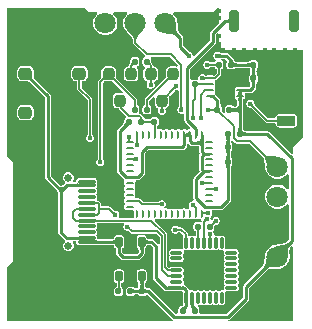
<source format=gtl>
G04*
G04 #@! TF.GenerationSoftware,Altium Limited,Altium Designer,21.0.8 (223)*
G04*
G04 Layer_Physical_Order=1*
G04 Layer_Color=255*
%FSLAX25Y25*%
%MOIN*%
G70*
G04*
G04 #@! TF.SameCoordinates,482E8025-2E78-4A05-A4F1-2824EEF061A7*
G04*
G04*
G04 #@! TF.FilePolarity,Positive*
G04*
G01*
G75*
%ADD10C,0.01000*%
G04:AMPARAMS|DCode=18|XSize=59.06mil|YSize=11.81mil|CornerRadius=2.95mil|HoleSize=0mil|Usage=FLASHONLY|Rotation=0.000|XOffset=0mil|YOffset=0mil|HoleType=Round|Shape=RoundedRectangle|*
%AMROUNDEDRECTD18*
21,1,0.05906,0.00591,0,0,0.0*
21,1,0.05315,0.01181,0,0,0.0*
1,1,0.00591,0.02657,-0.00295*
1,1,0.00591,-0.02657,-0.00295*
1,1,0.00591,-0.02657,0.00295*
1,1,0.00591,0.02657,0.00295*
%
%ADD18ROUNDEDRECTD18*%
G04:AMPARAMS|DCode=19|XSize=31.5mil|YSize=70.87mil|CornerRadius=7.87mil|HoleSize=0mil|Usage=FLASHONLY|Rotation=0.000|XOffset=0mil|YOffset=0mil|HoleType=Round|Shape=RoundedRectangle|*
%AMROUNDEDRECTD19*
21,1,0.03150,0.05512,0,0,0.0*
21,1,0.01575,0.07087,0,0,0.0*
1,1,0.01575,0.00787,-0.02756*
1,1,0.01575,-0.00787,-0.02756*
1,1,0.01575,-0.00787,0.02756*
1,1,0.01575,0.00787,0.02756*
%
%ADD19ROUNDEDRECTD19*%
G04:AMPARAMS|DCode=20|XSize=23.62mil|YSize=9.84mil|CornerRadius=2.46mil|HoleSize=0mil|Usage=FLASHONLY|Rotation=0.000|XOffset=0mil|YOffset=0mil|HoleType=Round|Shape=RoundedRectangle|*
%AMROUNDEDRECTD20*
21,1,0.02362,0.00492,0,0,0.0*
21,1,0.01870,0.00984,0,0,0.0*
1,1,0.00492,0.00935,-0.00246*
1,1,0.00492,-0.00935,-0.00246*
1,1,0.00492,-0.00935,0.00246*
1,1,0.00492,0.00935,0.00246*
%
%ADD20ROUNDEDRECTD20*%
G04:AMPARAMS|DCode=21|XSize=43.31mil|YSize=70.87mil|CornerRadius=10.83mil|HoleSize=0mil|Usage=FLASHONLY|Rotation=0.000|XOffset=0mil|YOffset=0mil|HoleType=Round|Shape=RoundedRectangle|*
%AMROUNDEDRECTD21*
21,1,0.04331,0.04921,0,0,0.0*
21,1,0.02165,0.07087,0,0,0.0*
1,1,0.02165,0.01083,-0.02461*
1,1,0.02165,-0.01083,-0.02461*
1,1,0.02165,-0.01083,0.02461*
1,1,0.02165,0.01083,0.02461*
%
%ADD21ROUNDEDRECTD21*%
G04:AMPARAMS|DCode=22|XSize=26.57mil|YSize=9.84mil|CornerRadius=2.46mil|HoleSize=0mil|Usage=FLASHONLY|Rotation=0.000|XOffset=0mil|YOffset=0mil|HoleType=Round|Shape=RoundedRectangle|*
%AMROUNDEDRECTD22*
21,1,0.02657,0.00492,0,0,0.0*
21,1,0.02165,0.00984,0,0,0.0*
1,1,0.00492,0.01083,-0.00246*
1,1,0.00492,-0.01083,-0.00246*
1,1,0.00492,-0.01083,0.00246*
1,1,0.00492,0.01083,0.00246*
%
%ADD22ROUNDEDRECTD22*%
G04:AMPARAMS|DCode=23|XSize=26.57mil|YSize=9.84mil|CornerRadius=2.46mil|HoleSize=0mil|Usage=FLASHONLY|Rotation=270.000|XOffset=0mil|YOffset=0mil|HoleType=Round|Shape=RoundedRectangle|*
%AMROUNDEDRECTD23*
21,1,0.02657,0.00492,0,0,270.0*
21,1,0.02165,0.00984,0,0,270.0*
1,1,0.00492,-0.00246,-0.01083*
1,1,0.00492,-0.00246,0.01083*
1,1,0.00492,0.00246,0.01083*
1,1,0.00492,0.00246,-0.01083*
%
%ADD23ROUNDEDRECTD23*%
G04:AMPARAMS|DCode=24|XSize=160mil|YSize=160mil|CornerRadius=16mil|HoleSize=0mil|Usage=FLASHONLY|Rotation=270.000|XOffset=0mil|YOffset=0mil|HoleType=Round|Shape=RoundedRectangle|*
%AMROUNDEDRECTD24*
21,1,0.16000,0.12800,0,0,270.0*
21,1,0.12800,0.16000,0,0,270.0*
1,1,0.03200,-0.06400,-0.06400*
1,1,0.03200,-0.06400,0.06400*
1,1,0.03200,0.06400,0.06400*
1,1,0.03200,0.06400,-0.06400*
%
%ADD24ROUNDEDRECTD24*%
G04:AMPARAMS|DCode=25|XSize=12mil|YSize=38mil|CornerRadius=3mil|HoleSize=0mil|Usage=FLASHONLY|Rotation=270.000|XOffset=0mil|YOffset=0mil|HoleType=Round|Shape=RoundedRectangle|*
%AMROUNDEDRECTD25*
21,1,0.01200,0.03200,0,0,270.0*
21,1,0.00600,0.03800,0,0,270.0*
1,1,0.00600,-0.01600,-0.00300*
1,1,0.00600,-0.01600,0.00300*
1,1,0.00600,0.01600,0.00300*
1,1,0.00600,0.01600,-0.00300*
%
%ADD25ROUNDEDRECTD25*%
G04:AMPARAMS|DCode=26|XSize=12mil|YSize=38mil|CornerRadius=3mil|HoleSize=0mil|Usage=FLASHONLY|Rotation=180.000|XOffset=0mil|YOffset=0mil|HoleType=Round|Shape=RoundedRectangle|*
%AMROUNDEDRECTD26*
21,1,0.01200,0.03200,0,0,180.0*
21,1,0.00600,0.03800,0,0,180.0*
1,1,0.00600,-0.00300,0.01600*
1,1,0.00600,0.00300,0.01600*
1,1,0.00600,0.00300,-0.01600*
1,1,0.00600,-0.00300,-0.01600*
%
%ADD26ROUNDEDRECTD26*%
%ADD27R,0.10630X0.11024*%
G04:AMPARAMS|DCode=28|XSize=20mil|YSize=20mil|CornerRadius=5mil|HoleSize=0mil|Usage=FLASHONLY|Rotation=270.000|XOffset=0mil|YOffset=0mil|HoleType=Round|Shape=RoundedRectangle|*
%AMROUNDEDRECTD28*
21,1,0.02000,0.01000,0,0,270.0*
21,1,0.01000,0.02000,0,0,270.0*
1,1,0.01000,-0.00500,-0.00500*
1,1,0.01000,-0.00500,0.00500*
1,1,0.01000,0.00500,0.00500*
1,1,0.01000,0.00500,-0.00500*
%
%ADD28ROUNDEDRECTD28*%
G04:AMPARAMS|DCode=29|XSize=37.4mil|YSize=39.37mil|CornerRadius=9.35mil|HoleSize=0mil|Usage=FLASHONLY|Rotation=180.000|XOffset=0mil|YOffset=0mil|HoleType=Round|Shape=RoundedRectangle|*
%AMROUNDEDRECTD29*
21,1,0.03740,0.02067,0,0,180.0*
21,1,0.01870,0.03937,0,0,180.0*
1,1,0.01870,-0.00935,0.01034*
1,1,0.01870,0.00935,0.01034*
1,1,0.01870,0.00935,-0.01034*
1,1,0.01870,-0.00935,-0.01034*
%
%ADD29ROUNDEDRECTD29*%
G04:AMPARAMS|DCode=30|XSize=23.62mil|YSize=35mil|CornerRadius=5.91mil|HoleSize=0mil|Usage=FLASHONLY|Rotation=0.000|XOffset=0mil|YOffset=0mil|HoleType=Round|Shape=RoundedRectangle|*
%AMROUNDEDRECTD30*
21,1,0.02362,0.02319,0,0,0.0*
21,1,0.01181,0.03500,0,0,0.0*
1,1,0.01181,0.00591,-0.01159*
1,1,0.01181,-0.00591,-0.01159*
1,1,0.01181,-0.00591,0.01159*
1,1,0.01181,0.00591,0.01159*
%
%ADD30ROUNDEDRECTD30*%
G04:AMPARAMS|DCode=31|XSize=20mil|YSize=20mil|CornerRadius=5mil|HoleSize=0mil|Usage=FLASHONLY|Rotation=180.000|XOffset=0mil|YOffset=0mil|HoleType=Round|Shape=RoundedRectangle|*
%AMROUNDEDRECTD31*
21,1,0.02000,0.01000,0,0,180.0*
21,1,0.01000,0.02000,0,0,180.0*
1,1,0.01000,-0.00500,0.00500*
1,1,0.01000,0.00500,0.00500*
1,1,0.01000,0.00500,-0.00500*
1,1,0.01000,-0.00500,-0.00500*
%
%ADD31ROUNDEDRECTD31*%
G04:AMPARAMS|DCode=32|XSize=44mil|YSize=40mil|CornerRadius=10mil|HoleSize=0mil|Usage=FLASHONLY|Rotation=0.000|XOffset=0mil|YOffset=0mil|HoleType=Round|Shape=RoundedRectangle|*
%AMROUNDEDRECTD32*
21,1,0.04400,0.02000,0,0,0.0*
21,1,0.02400,0.04000,0,0,0.0*
1,1,0.02000,0.01200,-0.01000*
1,1,0.02000,-0.01200,-0.01000*
1,1,0.02000,-0.01200,0.01000*
1,1,0.02000,0.01200,0.01000*
%
%ADD32ROUNDEDRECTD32*%
G04:AMPARAMS|DCode=33|XSize=35.43mil|YSize=62.99mil|CornerRadius=8.86mil|HoleSize=0mil|Usage=FLASHONLY|Rotation=270.000|XOffset=0mil|YOffset=0mil|HoleType=Round|Shape=RoundedRectangle|*
%AMROUNDEDRECTD33*
21,1,0.03543,0.04528,0,0,270.0*
21,1,0.01772,0.06299,0,0,270.0*
1,1,0.01772,-0.02264,-0.00886*
1,1,0.01772,-0.02264,0.00886*
1,1,0.01772,0.02264,0.00886*
1,1,0.01772,0.02264,-0.00886*
%
%ADD33ROUNDEDRECTD33*%
%ADD56C,0.00500*%
%ADD57O,0.08268X0.03937*%
%ADD58O,0.06299X0.03937*%
%ADD59C,0.02559*%
%ADD60C,0.07087*%
%ADD61C,0.01600*%
%ADD62C,0.12598*%
G36*
X74934Y100000D02*
X74924Y100095D01*
X74893Y100180D01*
X74843Y100255D01*
X74772Y100320D01*
X74681Y100375D01*
X74570Y100420D01*
X74438Y100455D01*
X74286Y100480D01*
X74114Y100495D01*
X73922Y100500D01*
Y101500D01*
X74114Y101505D01*
X74286Y101520D01*
X74438Y101545D01*
X74570Y101580D01*
X74681Y101625D01*
X74772Y101680D01*
X74843Y101745D01*
X74893Y101820D01*
X74924Y101905D01*
X74934Y102000D01*
Y100000D01*
D02*
G37*
G36*
X57168Y99823D02*
X57225Y98870D01*
X57279Y98452D01*
X57350Y98073D01*
X57438Y97733D01*
X57543Y97432D01*
X57665Y97170D01*
X57803Y96947D01*
X57959Y96763D01*
X57252Y96056D01*
X57068Y96212D01*
X56845Y96351D01*
X56583Y96473D01*
X56283Y96578D01*
X55943Y96666D01*
X55564Y96737D01*
X55146Y96791D01*
X54193Y96848D01*
X53658Y96851D01*
X57165Y100358D01*
X57168Y99823D01*
D02*
G37*
G36*
X45679Y97439D02*
X44675Y96313D01*
X44430Y95988D01*
X44229Y95687D01*
X44073Y95411D01*
X43961Y95161D01*
X43894Y94934D01*
X43872Y94733D01*
X43372D01*
X43350Y94934D01*
X43283Y95161D01*
X43171Y95411D01*
X43015Y95687D01*
X42814Y95988D01*
X42569Y96313D01*
X41945Y97039D01*
X41142Y97863D01*
X46102D01*
X45679Y97439D01*
D02*
G37*
G36*
X61137Y90571D02*
X61385Y90353D01*
X61419Y90330D01*
X61448Y90313D01*
X61473Y90303D01*
X61492Y90300D01*
X60700Y89508D01*
X60697Y89527D01*
X60687Y89552D01*
X60670Y89581D01*
X60647Y89615D01*
X60617Y89655D01*
X60536Y89749D01*
X60365Y89927D01*
X61073Y90635D01*
X61137Y90571D01*
D02*
G37*
G36*
X71500Y100442D02*
X68779Y97721D01*
X68558Y97390D01*
X68480Y97000D01*
Y94422D01*
X63300Y89242D01*
X62800Y89449D01*
Y89759D01*
X62602Y90236D01*
X62236Y90602D01*
X61759Y90800D01*
X61696D01*
X61506Y90967D01*
X61453Y91020D01*
X61401Y91041D01*
X59520Y92922D01*
Y95516D01*
X59442Y95906D01*
X59221Y96237D01*
X58385Y97072D01*
X58372Y97114D01*
X58242Y97267D01*
X58141Y97429D01*
X58045Y97636D01*
X57956Y97890D01*
X57878Y98191D01*
X57814Y98537D01*
X57764Y98921D01*
X57709Y99841D01*
X57706Y100361D01*
X57665Y100459D01*
Y100926D01*
X57390Y101954D01*
X56858Y102876D01*
X56253Y103480D01*
X56461Y103980D01*
X69000D01*
X69390Y104058D01*
X69721Y104279D01*
X70923Y105481D01*
X71500D01*
Y100442D01*
D02*
G37*
G36*
X71587Y90049D02*
X71611Y90038D01*
X71644Y90029D01*
X71685Y90022D01*
X71734Y90015D01*
X71857Y90005D01*
X72105Y90000D01*
Y89000D01*
X72014Y88999D01*
X71685Y88978D01*
X71644Y88971D01*
X71611Y88962D01*
X71587Y88951D01*
X71571Y88940D01*
Y90060D01*
X71587Y90049D01*
D02*
G37*
G36*
X76000Y87485D02*
X75000D01*
X75000Y88000D01*
X76000D01*
X76000Y87485D01*
D02*
G37*
G36*
X48458Y87172D02*
X48445Y87128D01*
Y87076D01*
X48458Y87018D01*
X48486Y86953D01*
X48527Y86882D01*
X48581Y86803D01*
X48650Y86718D01*
X48827Y86526D01*
X48474Y86173D01*
X48375Y86268D01*
X48197Y86419D01*
X48118Y86473D01*
X48047Y86514D01*
X47982Y86542D01*
X47924Y86555D01*
X47872D01*
X47828Y86542D01*
X47790Y86514D01*
X48486Y87210D01*
X48458Y87172D01*
D02*
G37*
G36*
X70514Y86000D02*
X70509Y86048D01*
X70494Y86090D01*
X70468Y86128D01*
X70433Y86160D01*
X70386Y86187D01*
X70330Y86210D01*
X70263Y86228D01*
X70187Y86240D01*
X70100Y86247D01*
X70002Y86250D01*
Y86750D01*
X70100Y86752D01*
X70187Y86760D01*
X70263Y86772D01*
X70330Y86790D01*
X70386Y86812D01*
X70432Y86839D01*
X70468Y86871D01*
X70494Y86909D01*
X70509Y86951D01*
X70514Y86998D01*
X70514Y86000D01*
D02*
G37*
G36*
X68133Y87001D02*
X68195Y86948D01*
X68259Y86902D01*
X68324Y86862D01*
X68390Y86827D01*
X68458Y86800D01*
X68527Y86778D01*
X68597Y86762D01*
X68668Y86753D01*
X68740Y86750D01*
Y86250D01*
X68668Y86247D01*
X68597Y86238D01*
X68527Y86222D01*
X68458Y86200D01*
X68390Y86172D01*
X68324Y86138D01*
X68259Y86098D01*
X68195Y86052D01*
X68133Y85999D01*
X68071Y85940D01*
Y87060D01*
X68133Y87001D01*
D02*
G37*
G36*
X27779Y104279D02*
X28110Y104058D01*
X28500Y103980D01*
X30784D01*
X30991Y103480D01*
X30387Y102876D01*
X29854Y101954D01*
X29579Y100926D01*
Y99861D01*
X29854Y98833D01*
X30387Y97911D01*
X31139Y97158D01*
X32061Y96626D01*
X33090Y96350D01*
X34154D01*
X35183Y96626D01*
X36105Y97158D01*
X36858Y97911D01*
X37390Y98833D01*
X37665Y99861D01*
Y100926D01*
X37390Y101954D01*
X36858Y102876D01*
X36253Y103480D01*
X36461Y103980D01*
X40784D01*
X40991Y103480D01*
X40387Y102876D01*
X39854Y101954D01*
X39579Y100926D01*
Y99861D01*
X39854Y98833D01*
X40387Y97911D01*
X40716Y97582D01*
X40754Y97486D01*
X41545Y96673D01*
X42148Y95973D01*
X42373Y95674D01*
X42554Y95403D01*
X42687Y95168D01*
X42774Y94973D01*
X42817Y94827D01*
X42834Y94674D01*
X42857Y94631D01*
Y93878D01*
X42916Y93585D01*
X43081Y93337D01*
X46910Y89508D01*
X46894Y89282D01*
X46782Y88976D01*
X46610Y88942D01*
X46279Y88721D01*
X46058Y88390D01*
X45980Y88000D01*
Y87000D01*
X46058Y86610D01*
X46279Y86279D01*
X46610Y86058D01*
X46702Y86040D01*
X46808Y85509D01*
X46790Y85497D01*
X46473Y85022D01*
X46362Y84463D01*
Y82396D01*
X46473Y81836D01*
X46790Y81361D01*
X47265Y81044D01*
X47456Y81006D01*
X47555Y80907D01*
X47663Y80448D01*
X47658Y80443D01*
X47460Y79965D01*
Y79448D01*
X47658Y78970D01*
X48024Y78604D01*
X48501Y78406D01*
X49018D01*
X49496Y78604D01*
X49862Y78970D01*
X50060Y79448D01*
Y79965D01*
X49862Y80443D01*
X49851Y80454D01*
X49908Y80817D01*
X49962Y80904D01*
X50064Y81006D01*
X50255Y81044D01*
X50730Y81361D01*
X51047Y81836D01*
X51158Y82396D01*
Y84463D01*
X51047Y85022D01*
X50730Y85497D01*
X50255Y85814D01*
X49695Y85926D01*
X49547D01*
X49525Y85977D01*
Y86240D01*
X49466Y86533D01*
X49301Y86781D01*
X49246Y86836D01*
X49224Y86895D01*
X49060Y87071D01*
X49020Y87121D01*
Y87192D01*
X49027Y87210D01*
X49020Y87227D01*
Y87292D01*
X49020Y87294D01*
X49020Y87295D01*
Y88000D01*
X48942Y88390D01*
X48721Y88721D01*
X48700Y88735D01*
X48851Y89235D01*
X55183D01*
X57932Y86486D01*
X57899Y86261D01*
X57360Y85889D01*
X57175Y85926D01*
X55305D01*
X54745Y85814D01*
X54270Y85497D01*
X53953Y85022D01*
X53842Y84463D01*
Y82396D01*
X53879Y82209D01*
X53785Y82095D01*
X53715Y82023D01*
X53691Y81961D01*
X46959Y75230D01*
X46793Y74982D01*
X46735Y74689D01*
X46735Y73071D01*
X46709Y73011D01*
X46708Y72961D01*
X46610Y72942D01*
X46279Y72721D01*
X46058Y72390D01*
X45980Y72000D01*
Y71000D01*
X46058Y70610D01*
X46279Y70279D01*
X46610Y70058D01*
X47000Y69980D01*
X48000D01*
X48390Y70058D01*
X48721Y70279D01*
X48942Y70610D01*
X49020Y71000D01*
Y72000D01*
X48942Y72390D01*
X48721Y72721D01*
X48390Y72942D01*
X48292Y72961D01*
X48291Y73011D01*
X48265Y73071D01*
X48265Y74372D01*
X49616Y75723D01*
X49857Y75664D01*
X50102Y75502D01*
Y73537D01*
X50213Y72978D01*
X50530Y72503D01*
X51005Y72186D01*
X51118Y72163D01*
X51203Y72033D01*
X51345Y71608D01*
X51200Y71259D01*
Y70741D01*
X51398Y70264D01*
X51764Y69898D01*
X52241Y69700D01*
X52759D01*
X53236Y69898D01*
X53602Y70264D01*
X53800Y70741D01*
Y71259D01*
X53655Y71608D01*
X53797Y72033D01*
X53882Y72163D01*
X53995Y72186D01*
X54470Y72503D01*
X54787Y72978D01*
X54898Y73537D01*
Y75604D01*
X54861Y75791D01*
X54956Y75905D01*
X55025Y75977D01*
X55049Y76039D01*
X56827Y77816D01*
X56885Y77837D01*
X56921Y77870D01*
X56940Y77885D01*
X56960Y77898D01*
X56982Y77909D01*
X57007Y77920D01*
X57036Y77929D01*
X57070Y77937D01*
X57109Y77943D01*
X57154Y77947D01*
X57222Y77948D01*
X57315Y77990D01*
X57477D01*
X57735Y78096D01*
X58235Y77814D01*
Y72819D01*
X58209Y72763D01*
X58207Y72714D01*
X58204Y72690D01*
X58199Y72667D01*
X58191Y72643D01*
X58181Y72618D01*
X58167Y72591D01*
X58149Y72561D01*
X58125Y72529D01*
X58096Y72495D01*
X58049Y72446D01*
X58012Y72351D01*
X57898Y72236D01*
X57700Y71759D01*
Y71241D01*
X57898Y70764D01*
X58264Y70398D01*
X58741Y70200D01*
X59259D01*
X59480Y70292D01*
X59980Y69989D01*
Y68000D01*
X60058Y67610D01*
X60279Y67279D01*
X61976Y65582D01*
X61769Y65082D01*
X61644D01*
X61353Y65024D01*
X61106Y64859D01*
X60705D01*
X60458Y65024D01*
X60167Y65082D01*
X59675D01*
X59384Y65024D01*
X59137Y64859D01*
X58737D01*
X58490Y65024D01*
X58199Y65082D01*
X57707D01*
X57416Y65024D01*
X57169Y64859D01*
X56768Y64859D01*
X56521Y65024D01*
X56230Y65082D01*
X55738D01*
X55447Y65024D01*
X55200Y64859D01*
X54800D01*
X54553Y65024D01*
X54262Y65082D01*
X53770D01*
X53479Y65024D01*
X53232Y64859D01*
X52831D01*
X52584Y65024D01*
X52293Y65082D01*
X51801D01*
X51510Y65024D01*
X51400Y64950D01*
X51336Y64942D01*
X51201Y64960D01*
X50976Y65050D01*
X50847Y65135D01*
X50843Y65143D01*
Y65930D01*
X50870Y65989D01*
X50871Y66054D01*
X50890Y66058D01*
X51221Y66279D01*
X51442Y66610D01*
X51520Y67000D01*
Y68000D01*
X51442Y68390D01*
X51221Y68721D01*
X50890Y68942D01*
X50500Y69020D01*
X49500D01*
X49110Y68942D01*
X48779Y68721D01*
X48558Y68390D01*
X48539Y68292D01*
X48489Y68291D01*
X48429Y68265D01*
X47071D01*
X47012Y68291D01*
X46961Y68292D01*
X46942Y68390D01*
X46721Y68721D01*
X46390Y68942D01*
X46292Y68962D01*
X46291Y69011D01*
X46239Y69128D01*
X46207Y69293D01*
X46041Y69541D01*
X45541Y70041D01*
X45293Y70206D01*
X45276Y70210D01*
X44984Y70560D01*
X44973Y70765D01*
X45020Y71000D01*
Y72000D01*
X44942Y72390D01*
X44721Y72721D01*
X44390Y72942D01*
X44292Y72961D01*
X44291Y73011D01*
X44265Y73071D01*
Y74689D01*
X44207Y74982D01*
X44041Y75230D01*
X37309Y81961D01*
X37285Y82023D01*
X37210Y82101D01*
X37157Y82161D01*
X37121Y82208D01*
X37158Y82396D01*
Y84463D01*
X37047Y85022D01*
X36729Y85497D01*
X36255Y85814D01*
X35695Y85926D01*
X33825D01*
X33265Y85814D01*
X32790Y85497D01*
X32473Y85022D01*
X32362Y84463D01*
Y82396D01*
X32370Y82352D01*
X32363Y82341D01*
X32262Y82219D01*
X32193Y82147D01*
X32169Y82086D01*
X31459Y81376D01*
X31293Y81128D01*
X31235Y80835D01*
Y55319D01*
X31209Y55263D01*
X31207Y55214D01*
X31204Y55190D01*
X31199Y55167D01*
X31191Y55143D01*
X31181Y55118D01*
X31167Y55091D01*
X31149Y55061D01*
X31125Y55029D01*
X31096Y54995D01*
X31049Y54946D01*
X31012Y54851D01*
X30898Y54736D01*
X30700Y54259D01*
Y53741D01*
X30898Y53264D01*
X31264Y52898D01*
X31741Y52700D01*
X32259D01*
X32736Y52898D01*
X33102Y53264D01*
X33300Y53741D01*
Y54259D01*
X33102Y54736D01*
X32988Y54851D01*
X32950Y54946D01*
X32904Y54995D01*
X32875Y55029D01*
X32851Y55061D01*
X32833Y55091D01*
X32819Y55118D01*
X32809Y55143D01*
X32801Y55167D01*
X32796Y55190D01*
X32793Y55214D01*
X32791Y55263D01*
X32765Y55319D01*
Y80519D01*
X33127Y80880D01*
X33150Y80885D01*
X33182Y80930D01*
X33234Y80950D01*
X33309Y81022D01*
X33321Y81033D01*
X33825Y80932D01*
X35695D01*
X35945Y80982D01*
X35949Y80981D01*
X35963Y80986D01*
X35992Y80992D01*
X36021Y80983D01*
X36200Y80871D01*
X36256Y80852D01*
X39554Y77554D01*
X39495Y77313D01*
X39333Y77068D01*
X37565D01*
X37005Y76956D01*
X36530Y76639D01*
X36213Y76164D01*
X36102Y75604D01*
Y73537D01*
X36213Y72978D01*
X36530Y72503D01*
X37005Y72186D01*
X37565Y72074D01*
X38090D01*
X38116Y72014D01*
X38148Y71853D01*
X38314Y71605D01*
X40523Y69396D01*
X40406Y68806D01*
X40279Y68721D01*
X40058Y68390D01*
X39981Y68005D01*
X39980Y68003D01*
X39981Y68001D01*
X39980Y68000D01*
Y67934D01*
X39973Y67917D01*
X39980Y67899D01*
Y67557D01*
X39966Y67532D01*
X39879Y67409D01*
X39593Y67072D01*
X39406Y66878D01*
X39386Y66828D01*
X37779Y65221D01*
X37558Y64890D01*
X37480Y64500D01*
Y51000D01*
X37558Y50610D01*
X37779Y50279D01*
X37779Y50279D01*
X38964Y49094D01*
X38987Y49040D01*
X39463Y48576D01*
X39474Y48572D01*
X39479Y48561D01*
X39652Y48406D01*
X39763Y48295D01*
X39812Y48262D01*
X39831Y48245D01*
X39844Y48241D01*
X39849Y48238D01*
X39856Y48224D01*
X39992Y48037D01*
X40003Y47884D01*
X39979Y47591D01*
X39976Y47584D01*
X39919Y47293D01*
Y46801D01*
X39976Y46510D01*
X40141Y46263D01*
Y45863D01*
X39976Y45616D01*
X39919Y45325D01*
Y44833D01*
X39976Y44542D01*
X40141Y44295D01*
Y43894D01*
X39976Y43647D01*
X39919Y43356D01*
Y42864D01*
X39976Y42573D01*
X40141Y42326D01*
Y41926D01*
X39976Y41679D01*
X39919Y41388D01*
Y40896D01*
X39976Y40605D01*
X40141Y40358D01*
Y39957D01*
X39976Y39710D01*
X39919Y39419D01*
Y38927D01*
X39976Y38636D01*
X40141Y38389D01*
X40388Y38224D01*
X40679Y38166D01*
X42721D01*
X42979Y37980D01*
X43167Y37721D01*
Y35679D01*
X42730Y35312D01*
X38357D01*
X38207Y35578D01*
X38122Y35812D01*
X38300Y36241D01*
Y36759D01*
X38102Y37236D01*
X37736Y37602D01*
X37259Y37800D01*
X37097D01*
X37003Y37841D01*
X36936Y37842D01*
X36891Y37846D01*
X36851Y37852D01*
X36817Y37860D01*
X36789Y37870D01*
X36764Y37880D01*
X36741Y37892D01*
X36721Y37905D01*
X36702Y37919D01*
X36666Y37952D01*
X36608Y37973D01*
X35541Y39041D01*
X35293Y39206D01*
X35000Y39265D01*
X32770D01*
X32281Y39356D01*
X32265Y39380D01*
Y40000D01*
X32206Y40293D01*
X32041Y40541D01*
X31588Y40993D01*
X31340Y41159D01*
X31047Y41217D01*
X30984D01*
X30977Y41224D01*
X30900Y41330D01*
X30779Y41653D01*
X30776Y41663D01*
X30776Y41665D01*
X30824Y41810D01*
X30828Y41816D01*
X30890Y42126D01*
Y42717D01*
X30828Y43027D01*
X30652Y43290D01*
Y43521D01*
X30828Y43784D01*
X30890Y44094D01*
Y44685D01*
X30828Y44995D01*
X30652Y45258D01*
Y45490D01*
X30828Y45753D01*
X30890Y46063D01*
Y46654D01*
X30831Y46949D01*
X30890Y47244D01*
Y47835D01*
X30828Y48145D01*
X30652Y48408D01*
X30389Y48584D01*
X30079Y48645D01*
X24764D01*
X24453Y48584D01*
X24190Y48408D01*
X24015Y48145D01*
X23953Y47835D01*
Y47412D01*
X23734Y47400D01*
X23558Y47399D01*
X23507Y47378D01*
X23028D01*
X22837Y47840D01*
X22867Y47870D01*
X23138Y48524D01*
Y49232D01*
X22867Y49886D01*
X22366Y50387D01*
X21712Y50657D01*
X21004D01*
X20350Y50387D01*
X19850Y49886D01*
X19579Y49232D01*
Y48524D01*
X19850Y47870D01*
X20078Y47641D01*
X20135Y47097D01*
X20062Y47004D01*
X19391Y46333D01*
X19345Y46316D01*
X19228Y46211D01*
X19147Y46154D01*
X19083Y46122D01*
X19036Y46108D01*
X19000Y46105D01*
X18964Y46108D01*
X18917Y46122D01*
X18853Y46154D01*
X18772Y46211D01*
X18655Y46316D01*
X18609Y46333D01*
X15520Y49422D01*
Y76000D01*
X15442Y76390D01*
X15221Y76721D01*
X10271Y81671D01*
X10266Y81695D01*
X10228Y81719D01*
X10212Y81760D01*
X10029Y81950D01*
X9884Y82113D01*
X9772Y82255D01*
X9701Y82358D01*
X9729Y82500D01*
Y82627D01*
X9731Y82630D01*
X9729Y82637D01*
Y82696D01*
X9736Y82714D01*
X9729Y82730D01*
Y84500D01*
X9613Y85085D01*
X9281Y85581D01*
X8785Y85913D01*
X8200Y86029D01*
X5800D01*
X5215Y85913D01*
X4719Y85581D01*
X4387Y85085D01*
X4271Y84500D01*
Y82500D01*
X4387Y81915D01*
X4719Y81419D01*
X5215Y81087D01*
X5800Y80971D01*
X7514D01*
X7517Y80969D01*
X7524Y80971D01*
X7938D01*
X7998Y80936D01*
X8116Y80855D01*
X8434Y80587D01*
X8615Y80413D01*
X8665Y80393D01*
X13480Y75578D01*
Y49000D01*
X13558Y48610D01*
X13779Y48279D01*
X17379Y44679D01*
X17397Y44631D01*
X17517Y44502D01*
X17612Y44384D01*
X17694Y44263D01*
X17764Y44140D01*
X17823Y44012D01*
X17871Y43881D01*
X17909Y43744D01*
X17936Y43600D01*
X17953Y43450D01*
X17959Y43273D01*
X17980Y43227D01*
Y30500D01*
X18058Y30110D01*
X18279Y29779D01*
X20062Y27996D01*
X20135Y27903D01*
X20078Y27359D01*
X19850Y27130D01*
X19579Y26476D01*
Y25768D01*
X19850Y25114D01*
X20350Y24613D01*
X21004Y24342D01*
X21712D01*
X22366Y24613D01*
X22867Y25114D01*
X23138Y25768D01*
Y26476D01*
X22867Y27130D01*
X22837Y27160D01*
X23028Y27622D01*
X23507D01*
X23558Y27601D01*
X23743Y27600D01*
X23953Y27595D01*
Y27165D01*
X24015Y26855D01*
X24190Y26592D01*
X24453Y26416D01*
X24764Y26355D01*
X30079D01*
X30158Y26370D01*
X30189Y26357D01*
X30191Y26358D01*
X30193Y26357D01*
X31203Y26364D01*
X31255Y26386D01*
X36017D01*
X36065Y26364D01*
X36241Y26360D01*
X36376Y26348D01*
X36482Y26331D01*
X36555Y26311D01*
X36557Y26310D01*
Y26246D01*
X36642Y25821D01*
X36828Y25542D01*
X36839Y25502D01*
X36865Y25487D01*
X36876Y25471D01*
X36884Y25451D01*
X36916Y25438D01*
X37154Y25279D01*
X37159Y25262D01*
X37181Y25169D01*
X37214Y24846D01*
X37219Y24644D01*
X37240Y24596D01*
Y23740D01*
X37318Y23350D01*
X37539Y23019D01*
X38779Y21779D01*
X39110Y21558D01*
X39500Y21480D01*
X44500D01*
X44890Y21558D01*
X45221Y21779D01*
X46461Y23019D01*
X46682Y23350D01*
X46760Y23740D01*
Y24596D01*
X46781Y24644D01*
X46786Y24854D01*
X46798Y25023D01*
X46817Y25160D01*
X46841Y25262D01*
X46846Y25279D01*
X47084Y25438D01*
X47116Y25451D01*
X47124Y25471D01*
X47135Y25487D01*
X47161Y25502D01*
X47172Y25542D01*
X47358Y25821D01*
X47443Y26246D01*
Y26405D01*
X47444Y26406D01*
X47518Y26425D01*
X47624Y26443D01*
X47759Y26454D01*
X47935Y26459D01*
X47983Y26480D01*
X48578D01*
X49480Y25578D01*
Y15500D01*
X49558Y15110D01*
X49779Y14779D01*
X53185Y11373D01*
X53515Y11152D01*
X53905Y11075D01*
X54482D01*
X54533Y11053D01*
X54887Y11050D01*
X55274Y11036D01*
X55425Y11022D01*
X55449Y11018D01*
X55475Y11012D01*
X55537Y11021D01*
X55549Y11019D01*
X55638Y10982D01*
X55669Y10995D01*
X55750Y10979D01*
X58950D01*
X59051Y10999D01*
X59284Y10893D01*
X59389Y10789D01*
X59499Y10549D01*
X59479Y10450D01*
Y7250D01*
X59495Y7169D01*
X59482Y7138D01*
X59517Y7054D01*
X59509Y7031D01*
X59538Y6513D01*
X59503Y6480D01*
X59399Y6387D01*
X59185Y6220D01*
X59096Y6160D01*
X59006Y6107D01*
X58921Y6064D01*
X58843Y6032D01*
X58771Y6007D01*
X58681Y5985D01*
X58642Y5957D01*
X58593Y5956D01*
X58526Y5886D01*
X58279Y5721D01*
X58058Y5390D01*
X57980Y5000D01*
Y4000D01*
X57566Y3520D01*
X56922D01*
X48721Y11721D01*
X48390Y11942D01*
X48105Y11999D01*
X48008Y12041D01*
X47845Y12044D01*
X47710Y12053D01*
X47592Y12067D01*
X47494Y12085D01*
X47416Y12105D01*
X47358Y12126D01*
X47321Y12144D01*
X47302Y12156D01*
X47299Y12159D01*
X47273Y12191D01*
X47246Y12206D01*
X47234Y12235D01*
X47146Y12271D01*
X47118Y12290D01*
X47112Y12303D01*
X47080Y12316D01*
X47062Y12346D01*
X47014Y12359D01*
X46890Y12442D01*
X46833Y12453D01*
X46817Y12521D01*
X46798Y12647D01*
X46786Y12807D01*
X46781Y13010D01*
X46774Y13026D01*
X46780Y13043D01*
X46760Y13081D01*
Y13195D01*
X46781Y13244D01*
X46786Y13454D01*
X46798Y13623D01*
X46817Y13760D01*
X46841Y13862D01*
X46846Y13879D01*
X47084Y14038D01*
X47116Y14051D01*
X47124Y14071D01*
X47135Y14087D01*
X47161Y14102D01*
X47172Y14142D01*
X47358Y14421D01*
X47443Y14846D01*
Y17165D01*
X47358Y17591D01*
X47117Y17951D01*
X46756Y18192D01*
X46331Y18277D01*
X45150D01*
X44724Y18192D01*
X44363Y17951D01*
X44122Y17591D01*
X44038Y17165D01*
Y14846D01*
X44122Y14421D01*
X44308Y14142D01*
X44319Y14102D01*
X44345Y14087D01*
X44356Y14071D01*
X44364Y14051D01*
X44396Y14038D01*
X44634Y13879D01*
X44640Y13862D01*
X44661Y13769D01*
X44695Y13446D01*
X44699Y13244D01*
X44721Y13195D01*
Y12974D01*
X44699Y12926D01*
X44691Y12593D01*
X44683Y12465D01*
X44655Y12228D01*
X44639Y12146D01*
X44634Y12123D01*
X44584Y12105D01*
X44506Y12085D01*
X44415Y12068D01*
X44148Y12044D01*
X44000Y12041D01*
X43845Y12044D01*
X43710Y12053D01*
X43593Y12067D01*
X43494Y12085D01*
X43416Y12105D01*
X43358Y12126D01*
X43321Y12144D01*
X43302Y12156D01*
X43299Y12159D01*
X43273Y12191D01*
X43246Y12206D01*
X43235Y12235D01*
X43145Y12271D01*
X42890Y12442D01*
X42500Y12520D01*
X41500D01*
X41110Y12442D01*
X40779Y12221D01*
X40558Y11890D01*
X40480Y11500D01*
Y10500D01*
X40558Y10110D01*
X40779Y9779D01*
X41110Y9558D01*
X41500Y9480D01*
X42500D01*
X42890Y9558D01*
X43145Y9729D01*
X43235Y9765D01*
X43246Y9794D01*
X43273Y9809D01*
X43299Y9841D01*
X43302Y9844D01*
X43321Y9856D01*
X43358Y9874D01*
X43416Y9894D01*
X43494Y9915D01*
X43585Y9932D01*
X43852Y9956D01*
X44000Y9959D01*
X44155Y9956D01*
X44290Y9947D01*
X44407Y9933D01*
X44506Y9915D01*
X44584Y9894D01*
X44642Y9874D01*
X44679Y9856D01*
X44698Y9844D01*
X44701Y9841D01*
X44726Y9809D01*
X44754Y9794D01*
X44765Y9765D01*
X44855Y9729D01*
X45110Y9558D01*
X45500Y9480D01*
X46500D01*
X46890Y9558D01*
X47146Y9729D01*
X47234Y9765D01*
X47446Y9803D01*
X47766Y9792D01*
X55779Y1779D01*
X56110Y1558D01*
X56303Y1520D01*
X56254Y1020D01*
X1020D01*
Y19078D01*
X2721Y20779D01*
X2942Y21110D01*
X3020Y21500D01*
Y53500D01*
X2942Y53890D01*
X2721Y54221D01*
X1020Y55922D01*
Y105480D01*
X26578D01*
X27779Y104279D01*
D02*
G37*
G36*
X76406Y87285D02*
X76473Y87225D01*
X76554Y87172D01*
X76648Y87127D01*
X76756Y87088D01*
X76877Y87056D01*
X77012Y87032D01*
X77160Y87014D01*
X77322Y87003D01*
X77498Y87000D01*
Y86000D01*
X77322Y85997D01*
X77012Y85968D01*
X76877Y85944D01*
X76756Y85912D01*
X76648Y85873D01*
X76554Y85828D01*
X76473Y85775D01*
X76406Y85715D01*
X76352Y85648D01*
Y87352D01*
X76406Y87285D01*
D02*
G37*
G36*
X49012Y85806D02*
X49020Y85719D01*
X49032Y85643D01*
X49050Y85576D01*
X49072Y85520D01*
X49100Y85474D01*
X49132Y85438D01*
X49170Y85412D01*
X49212Y85397D01*
X49260Y85392D01*
X48260D01*
X48307Y85397D01*
X48350Y85412D01*
X48387Y85438D01*
X48420Y85474D01*
X48447Y85520D01*
X48470Y85576D01*
X48487Y85643D01*
X48500Y85719D01*
X48507Y85806D01*
X48510Y85904D01*
X49010D01*
X49012Y85806D01*
D02*
G37*
G36*
X71952Y85509D02*
X71910Y85494D01*
X71873Y85468D01*
X71840Y85432D01*
X71812Y85386D01*
X71790Y85330D01*
X71772Y85264D01*
X71760Y85187D01*
X71753Y85100D01*
X71750Y85002D01*
X71250D01*
X71248Y85100D01*
X71240Y85187D01*
X71228Y85264D01*
X71210Y85330D01*
X71188Y85386D01*
X71161Y85432D01*
X71129Y85468D01*
X71092Y85494D01*
X71049Y85509D01*
X71002Y85514D01*
X72000Y85514D01*
X71952Y85509D01*
D02*
G37*
G36*
X82148Y85648D02*
X83852D01*
X83785Y85594D01*
X83725Y85527D01*
X83672Y85446D01*
X83627Y85352D01*
X83588Y85244D01*
X83556Y85123D01*
X83532Y84988D01*
X83514Y84840D01*
X83504Y84678D01*
X83500Y84502D01*
X82500D01*
X82497Y84678D01*
X82468Y84988D01*
X82444Y85123D01*
X82412Y85244D01*
X82373Y85352D01*
X82328Y85446D01*
X82275Y85527D01*
X82215Y85594D01*
X82148Y85648D01*
X82094Y85715D01*
X82027Y85775D01*
X81946Y85828D01*
X81852Y85873D01*
X81744Y85912D01*
X81623Y85944D01*
X81488Y85968D01*
X81340Y85986D01*
X81178Y85997D01*
X81002Y86000D01*
Y87000D01*
X81178Y87003D01*
X81488Y87032D01*
X81623Y87056D01*
X81744Y87088D01*
X81852Y87127D01*
X81946Y87172D01*
X82027Y87225D01*
X82094Y87285D01*
X82148Y87352D01*
Y85648D01*
D02*
G37*
G36*
X83504Y83822D02*
X83532Y83512D01*
X83556Y83377D01*
X83588Y83256D01*
X83627Y83148D01*
X83672Y83054D01*
X83725Y82973D01*
X83785Y82906D01*
X83852Y82852D01*
X82148D01*
X82215Y82906D01*
X82275Y82973D01*
X82328Y83054D01*
X82373Y83148D01*
X82412Y83256D01*
X82444Y83377D01*
X82468Y83512D01*
X82486Y83660D01*
X82497Y83822D01*
X82500Y83998D01*
X83500D01*
X83504Y83822D01*
D02*
G37*
G36*
X69696Y82342D02*
X69708Y82336D01*
X69727Y82330D01*
X69753Y82325D01*
X69786Y82320D01*
X69874Y82314D01*
X70061Y82311D01*
Y81811D01*
X70002Y81810D01*
X69829Y81800D01*
X69802Y81795D01*
X69781Y81789D01*
X69766Y81783D01*
X69757Y81775D01*
X69755Y81767D01*
X69692Y82349D01*
X69696Y82342D01*
D02*
G37*
G36*
X33431Y81563D02*
X33402Y81599D01*
X33366Y81623D01*
X33323Y81634D01*
X33275Y81631D01*
X33221Y81615D01*
X33161Y81587D01*
X33095Y81545D01*
X33022Y81490D01*
X32944Y81422D01*
X32859Y81341D01*
X32584Y81773D01*
X32667Y81859D01*
X32798Y82017D01*
X32846Y82090D01*
X32883Y82157D01*
X32908Y82220D01*
X32923Y82279D01*
X32925Y82332D01*
X32916Y82382D01*
X32896Y82426D01*
X33431Y81563D01*
D02*
G37*
G36*
X66660Y82464D02*
X66719Y82409D01*
X66780Y82361D01*
X66842Y82319D01*
X66906Y82283D01*
X66972Y82254D01*
X67040Y82232D01*
X67110Y82216D01*
X67113Y82215D01*
X67154Y82218D01*
X67224Y82231D01*
X67285Y82247D01*
X67338Y82266D01*
X67383Y82289D01*
X67418Y82315D01*
X67446Y82345D01*
X67465Y82378D01*
Y81528D01*
X67446Y81561D01*
X67418Y81591D01*
X67383Y81617D01*
X67338Y81640D01*
X67285Y81659D01*
X67224Y81675D01*
X67154Y81687D01*
X67098Y81693D01*
X67080Y81691D01*
X67010Y81676D01*
X66940Y81656D01*
X66872Y81629D01*
X66803Y81596D01*
X66736Y81558D01*
X66669Y81514D01*
X66603Y81463D01*
X66537Y81407D01*
X66603Y82525D01*
X66660Y82464D01*
D02*
G37*
G36*
X55030Y81521D02*
X54996Y81553D01*
X54957Y81572D01*
X54912Y81578D01*
X54861Y81572D01*
X54804Y81554D01*
X54743Y81523D01*
X54675Y81480D01*
X54602Y81424D01*
X54523Y81355D01*
X54439Y81274D01*
X54105Y81648D01*
X54189Y81735D01*
X54320Y81894D01*
X54368Y81965D01*
X54403Y82031D01*
X54426Y82093D01*
X54437Y82148D01*
X54436Y82199D01*
X54423Y82245D01*
X54398Y82285D01*
X55030Y81521D01*
D02*
G37*
G36*
X36577Y82245D02*
X36564Y82199D01*
X36563Y82148D01*
X36574Y82093D01*
X36597Y82031D01*
X36632Y81965D01*
X36680Y81893D01*
X36740Y81817D01*
X36811Y81735D01*
X36895Y81648D01*
X36561Y81274D01*
X36477Y81355D01*
X36325Y81480D01*
X36257Y81523D01*
X36195Y81554D01*
X36139Y81572D01*
X36088Y81578D01*
X36043Y81572D01*
X36004Y81553D01*
X35970Y81521D01*
X36602Y82285D01*
X36577Y82245D01*
D02*
G37*
G36*
X49212Y81461D02*
X49170Y81446D01*
X49132Y81420D01*
X49100Y81385D01*
X49072Y81339D01*
X49050Y81282D01*
X49032Y81216D01*
X49020Y81139D01*
X49012Y81052D01*
X49010Y80954D01*
X48510D01*
X48507Y81052D01*
X48500Y81139D01*
X48487Y81216D01*
X48470Y81282D01*
X48447Y81339D01*
X48420Y81385D01*
X48387Y81420D01*
X48350Y81446D01*
X48307Y81461D01*
X48260Y81467D01*
X49260D01*
X49212Y81461D01*
D02*
G37*
G36*
X9130Y82640D02*
X9093Y82559D01*
X9085Y82463D01*
X9105Y82352D01*
X9154Y82227D01*
X9230Y82088D01*
X9336Y81934D01*
X9470Y81765D01*
X9632Y81582D01*
X9822Y81385D01*
X8991Y80802D01*
X8797Y80989D01*
X8445Y81286D01*
X8287Y81395D01*
X8141Y81478D01*
X8007Y81535D01*
X7886Y81567D01*
X7776Y81572D01*
X7679Y81551D01*
X7593Y81505D01*
X9195Y82707D01*
X9130Y82640D01*
D02*
G37*
G36*
X49013Y80874D02*
X49022Y80803D01*
X49038Y80733D01*
X49059Y80664D01*
X49087Y80597D01*
X49121Y80531D01*
X49162Y80465D01*
X49208Y80402D01*
X49261Y80339D01*
X49320Y80278D01*
X48200D01*
X48259Y80339D01*
X48311Y80402D01*
X48358Y80465D01*
X48398Y80531D01*
X48432Y80597D01*
X48460Y80664D01*
X48482Y80733D01*
X48497Y80803D01*
X48507Y80874D01*
X48510Y80946D01*
X49010D01*
X49013Y80874D01*
D02*
G37*
G36*
X83785Y81094D02*
X83725Y81027D01*
X83672Y80946D01*
X83627Y80852D01*
X83588Y80744D01*
X83556Y80623D01*
X83532Y80488D01*
X83514Y80340D01*
X83504Y80178D01*
X83500Y80002D01*
X82500D01*
X82497Y80178D01*
X82468Y80488D01*
X82444Y80623D01*
X82412Y80744D01*
X82373Y80852D01*
X82328Y80946D01*
X82275Y81027D01*
X82215Y81094D01*
X82148Y81148D01*
X83852D01*
X83785Y81094D01*
D02*
G37*
G36*
X67465Y79559D02*
X67445Y79595D01*
X67416Y79628D01*
X67380Y79656D01*
X67335Y79681D01*
X67281Y79702D01*
X67220Y79720D01*
X67150Y79733D01*
X67072Y79742D01*
X66985Y79748D01*
X66890Y79750D01*
X66899Y80250D01*
X66994Y80252D01*
X67159Y80264D01*
X67229Y80275D01*
X67290Y80290D01*
X67342Y80307D01*
X67386Y80328D01*
X67421Y80352D01*
X67447Y80379D01*
X67465Y80409D01*
Y79559D01*
D02*
G37*
G36*
X64491Y80451D02*
X64506Y80409D01*
X64532Y80371D01*
X64568Y80339D01*
X64614Y80312D01*
X64670Y80290D01*
X64737Y80272D01*
X64813Y80260D01*
X64900Y80252D01*
X64998Y80250D01*
Y79750D01*
X64900Y79747D01*
X64813Y79740D01*
X64737Y79728D01*
X64670Y79710D01*
X64614Y79688D01*
X64568Y79661D01*
X64532Y79629D01*
X64506Y79592D01*
X64491Y79549D01*
X64486Y79502D01*
Y80498D01*
X64491Y80451D01*
D02*
G37*
G36*
X63952Y79009D02*
X63910Y78994D01*
X63872Y78968D01*
X63840Y78932D01*
X63813Y78886D01*
X63790Y78830D01*
X63772Y78764D01*
X63760Y78687D01*
X63753Y78600D01*
X63750Y78502D01*
X63250D01*
X63248Y78600D01*
X63240Y78687D01*
X63228Y78764D01*
X63210Y78830D01*
X63188Y78886D01*
X63161Y78932D01*
X63129Y78968D01*
X63091Y78994D01*
X63049Y79009D01*
X63002Y79014D01*
X64000Y79014D01*
X63952Y79009D01*
D02*
G37*
G36*
X57211Y78490D02*
X57126Y78488D01*
X57044Y78481D01*
X56966Y78469D01*
X56892Y78451D01*
X56821Y78428D01*
X56753Y78400D01*
X56689Y78367D01*
X56629Y78329D01*
X56572Y78285D01*
X56519Y78236D01*
X56165Y78589D01*
X56214Y78643D01*
X56258Y78700D01*
X56296Y78760D01*
X56330Y78824D01*
X56358Y78891D01*
X56380Y78962D01*
X56398Y79037D01*
X56410Y79115D01*
X56417Y79197D01*
X56419Y79282D01*
X57211Y78490D01*
D02*
G37*
G36*
X67468Y77614D02*
X67463Y77640D01*
X67448Y77663D01*
X67425Y77684D01*
X67392Y77701D01*
X67350Y77716D01*
X67298Y77728D01*
X67238Y77738D01*
X67168Y77745D01*
X67000Y77750D01*
Y78250D01*
X67087Y78251D01*
X67233Y78262D01*
X67292Y78272D01*
X67342Y78284D01*
X67383Y78299D01*
X67415Y78316D01*
X67437Y78337D01*
X67450Y78360D01*
X67455Y78386D01*
X67468Y77614D01*
D02*
G37*
G36*
X79323Y77544D02*
X79238Y77513D01*
X79164Y77461D01*
X79100Y77388D01*
X79045Y77295D01*
X79001Y77181D01*
X78966Y77046D01*
X78959Y77000D01*
X78966Y76954D01*
X79001Y76819D01*
X79045Y76705D01*
X79100Y76612D01*
X79164Y76539D01*
X79238Y76487D01*
X79323Y76456D01*
X79417Y76446D01*
X77426Y76446D01*
X77520Y76456D01*
X77604Y76487D01*
X77679Y76539D01*
X77743Y76612D01*
X77797Y76705D01*
X77842Y76819D01*
X77877Y76954D01*
X77884Y77000D01*
X77877Y77046D01*
X77842Y77181D01*
X77797Y77295D01*
X77743Y77388D01*
X77679Y77461D01*
X77604Y77513D01*
X77520Y77544D01*
X77426Y77554D01*
X79417D01*
X79323Y77544D01*
D02*
G37*
G36*
X54635Y76352D02*
X54551Y76265D01*
X54420Y76106D01*
X54373Y76035D01*
X54337Y75969D01*
X54314Y75907D01*
X54303Y75852D01*
X54304Y75801D01*
X54317Y75755D01*
X54342Y75715D01*
X53710Y76478D01*
X53744Y76447D01*
X53784Y76428D01*
X53829Y76422D01*
X53879Y76428D01*
X53936Y76446D01*
X53998Y76477D01*
X54065Y76521D01*
X54138Y76576D01*
X54217Y76645D01*
X54301Y76726D01*
X54635Y76352D01*
D02*
G37*
G36*
X69728Y76452D02*
X69781Y76406D01*
X70808Y75399D01*
X69952Y74841D01*
X69753Y75033D01*
X69394Y75336D01*
X69234Y75448D01*
X69086Y75533D01*
X68951Y75592D01*
X68828Y75624D01*
X68719Y75629D01*
X68622Y75608D01*
X68538Y75560D01*
X69693Y76472D01*
X69699Y76474D01*
X69728Y76452D01*
D02*
G37*
G36*
X79322Y75512D02*
X79238Y75481D01*
X79164Y75429D01*
X79100Y75357D01*
X79045Y75263D01*
X79001Y75149D01*
X78966Y75014D01*
X78941Y74858D01*
X78926Y74682D01*
X78921Y74485D01*
X77921D01*
X77916Y74682D01*
X77901Y74858D01*
X77877Y75014D01*
X77842Y75149D01*
X77797Y75263D01*
X77743Y75357D01*
X77679Y75429D01*
X77604Y75481D01*
X77520Y75512D01*
X77426Y75523D01*
X79417D01*
X79322Y75512D01*
D02*
G37*
G36*
X74284Y87774D02*
X74279Y87721D01*
X74058Y87390D01*
X73980Y87000D01*
Y86000D01*
X74058Y85610D01*
X74279Y85279D01*
X74610Y85058D01*
X75000Y84980D01*
X76000D01*
X76390Y85058D01*
X76645Y85229D01*
X76735Y85265D01*
X76746Y85294D01*
X76774Y85309D01*
X76799Y85341D01*
X76802Y85344D01*
X76821Y85356D01*
X76858Y85374D01*
X76916Y85395D01*
X76994Y85415D01*
X77085Y85432D01*
X77352Y85456D01*
X77508Y85459D01*
X77557Y85480D01*
X80942D01*
X80992Y85459D01*
X81155Y85456D01*
X81290Y85447D01*
X81407Y85433D01*
X81506Y85415D01*
X81584Y85395D01*
X81642Y85374D01*
X81679Y85356D01*
X81698Y85344D01*
X81701Y85341D01*
X81726Y85309D01*
X81754Y85294D01*
X81766Y85265D01*
X81794Y85254D01*
X81809Y85227D01*
X81841Y85201D01*
X81844Y85198D01*
X81856Y85179D01*
X81874Y85142D01*
X81894Y85084D01*
X81915Y85006D01*
X81932Y84915D01*
X81956Y84648D01*
X81959Y84492D01*
X81980Y84443D01*
Y84057D01*
X81959Y84008D01*
X81956Y83845D01*
X81947Y83710D01*
X81933Y83592D01*
X81915Y83494D01*
X81894Y83416D01*
X81874Y83358D01*
X81856Y83321D01*
X81844Y83302D01*
X81841Y83299D01*
X81809Y83274D01*
X81794Y83246D01*
X81766Y83235D01*
X81729Y83145D01*
X81558Y82890D01*
X81480Y82500D01*
Y81500D01*
X81558Y81110D01*
X81729Y80854D01*
X81766Y80765D01*
X81794Y80754D01*
X81809Y80726D01*
X81841Y80701D01*
X81844Y80698D01*
X81856Y80679D01*
X81874Y80642D01*
X81894Y80584D01*
X81915Y80506D01*
X81932Y80415D01*
X81956Y80148D01*
X81959Y79992D01*
X81980Y79943D01*
Y79422D01*
X81593Y79035D01*
X78421D01*
X78357Y79023D01*
X77486D01*
X77195Y78965D01*
X76948Y78800D01*
X76784Y78553D01*
X76726Y78262D01*
Y77770D01*
X76784Y77479D01*
X76948Y77232D01*
X76948Y76768D01*
X76783Y76521D01*
X76726Y76230D01*
Y75738D01*
X76783Y75447D01*
X76948Y75200D01*
X77195Y75035D01*
X77315Y75012D01*
X77326Y74983D01*
X77346Y74904D01*
X77364Y74793D01*
X77376Y74652D01*
X77380Y74471D01*
X77402Y74423D01*
Y73123D01*
X77391Y73106D01*
X77399Y73066D01*
X77381Y73028D01*
X77372Y72872D01*
X77355Y72773D01*
X77333Y72705D01*
X77309Y72662D01*
X77287Y72635D01*
X77259Y72612D01*
X77216Y72589D01*
X77148Y72566D01*
X77050Y72549D01*
X76933Y72543D01*
X76845Y72544D01*
X76710Y72553D01*
X76592Y72567D01*
X76494Y72585D01*
X76416Y72606D01*
X76358Y72626D01*
X76321Y72644D01*
X76302Y72656D01*
X76299Y72659D01*
X76274Y72691D01*
X76246Y72706D01*
X76235Y72734D01*
X76145Y72771D01*
X75890Y72942D01*
X75500Y73020D01*
X74500D01*
X74110Y72942D01*
X73779Y72721D01*
X73558Y72390D01*
X73480Y72000D01*
Y71000D01*
X73528Y70761D01*
X73093Y70528D01*
X72742Y70846D01*
X72724Y70895D01*
X72560Y71071D01*
X72520Y71122D01*
Y71192D01*
X72527Y71210D01*
X72520Y71227D01*
Y71292D01*
X72520Y71294D01*
X72520Y71295D01*
Y72000D01*
X72442Y72390D01*
X72271Y72645D01*
X72234Y72734D01*
X72206Y72746D01*
X72191Y72773D01*
X72159Y72799D01*
X72156Y72802D01*
X72144Y72821D01*
X72126Y72858D01*
X72105Y72916D01*
X72085Y72994D01*
X72069Y73085D01*
X72044Y73352D01*
X72041Y73508D01*
X72020Y73558D01*
Y74500D01*
X71942Y74890D01*
X71721Y75221D01*
X71264Y75678D01*
X71261Y75695D01*
X71216Y75726D01*
X71209Y75733D01*
X71187Y75786D01*
X70214Y76739D01*
X70108Y77060D01*
X70102Y77093D01*
X70111Y77221D01*
X70155Y77387D01*
X70217Y77479D01*
X70275Y77770D01*
Y78262D01*
X70217Y78553D01*
X70052Y78800D01*
Y79200D01*
X70217Y79447D01*
X70275Y79738D01*
Y80230D01*
X70217Y80521D01*
X70052Y80768D01*
X70052Y81169D01*
X70140Y81301D01*
X70187Y81321D01*
X70353Y81354D01*
X70601Y81520D01*
X72041Y82959D01*
X72206Y83207D01*
X72265Y83500D01*
Y84929D01*
X72291Y84988D01*
X72292Y85039D01*
X72390Y85058D01*
X72721Y85279D01*
X72942Y85610D01*
X73020Y86000D01*
Y87000D01*
X72942Y87390D01*
X72721Y87721D01*
X72390Y87942D01*
X72197Y87980D01*
X72246Y88480D01*
X73578D01*
X74284Y87774D01*
D02*
G37*
G36*
X47752Y72900D02*
X47760Y72813D01*
X47772Y72737D01*
X47790Y72670D01*
X47812Y72614D01*
X47839Y72568D01*
X47871Y72532D01*
X47908Y72506D01*
X47951Y72491D01*
X47998Y72486D01*
X47002D01*
X47049Y72491D01*
X47091Y72506D01*
X47129Y72532D01*
X47161Y72568D01*
X47188Y72614D01*
X47210Y72670D01*
X47228Y72737D01*
X47240Y72813D01*
X47247Y72900D01*
X47250Y72998D01*
X47750D01*
X47752Y72900D01*
D02*
G37*
G36*
X43753D02*
X43760Y72813D01*
X43772Y72737D01*
X43790Y72670D01*
X43812Y72614D01*
X43839Y72568D01*
X43871Y72532D01*
X43909Y72506D01*
X43951Y72491D01*
X43998Y72486D01*
X43002D01*
X43049Y72491D01*
X43091Y72506D01*
X43129Y72532D01*
X43161Y72568D01*
X43188Y72614D01*
X43210Y72670D01*
X43228Y72737D01*
X43240Y72813D01*
X43248Y72900D01*
X43250Y72998D01*
X43750D01*
X43753Y72900D01*
D02*
G37*
G36*
X71504Y73322D02*
X71532Y73012D01*
X71556Y72877D01*
X71588Y72756D01*
X71627Y72648D01*
X71672Y72554D01*
X71725Y72473D01*
X71785Y72406D01*
X71852Y72352D01*
X70148D01*
X70215Y72406D01*
X70275Y72473D01*
X70328Y72554D01*
X70373Y72648D01*
X70412Y72756D01*
X70444Y72877D01*
X70468Y73012D01*
X70486Y73160D01*
X70496Y73322D01*
X70500Y73498D01*
X71500D01*
X71504Y73322D01*
D02*
G37*
G36*
X39268Y72604D02*
X39233Y72590D01*
X39203Y72567D01*
X39177Y72534D01*
X39155Y72492D01*
X39137Y72442D01*
X39123Y72381D01*
X39113Y72312D01*
X39107Y72233D01*
X39105Y72145D01*
X38605D01*
X38603Y72233D01*
X38597Y72312D01*
X38587Y72381D01*
X38573Y72442D01*
X38554Y72492D01*
X38532Y72534D01*
X38506Y72567D01*
X38476Y72590D01*
X38442Y72604D01*
X38404Y72608D01*
X39306D01*
X39268Y72604D01*
D02*
G37*
G36*
X59253Y72668D02*
X59262Y72597D01*
X59278Y72527D01*
X59300Y72458D01*
X59328Y72390D01*
X59362Y72324D01*
X59402Y72259D01*
X59448Y72195D01*
X59501Y72133D01*
X59560Y72071D01*
X58440D01*
X58499Y72133D01*
X58552Y72195D01*
X58598Y72259D01*
X58638Y72324D01*
X58672Y72390D01*
X58700Y72458D01*
X58722Y72527D01*
X58738Y72597D01*
X58747Y72668D01*
X58750Y72740D01*
X59250D01*
X59253Y72668D01*
D02*
G37*
G36*
X77921Y73000D02*
Y73000D01*
X78921Y71500D01*
X77921Y70000D01*
Y70000D01*
X77921Y70000D01*
X77911Y70190D01*
X77881Y70360D01*
X77831Y70510D01*
X77761Y70640D01*
X77671Y70750D01*
X77561Y70840D01*
X77431Y70910D01*
X77281Y70960D01*
X77111Y70990D01*
X76942Y70999D01*
X76822Y70996D01*
X76512Y70968D01*
X76377Y70944D01*
X76256Y70912D01*
X76148Y70873D01*
X76054Y70828D01*
X75973Y70775D01*
X75906Y70715D01*
X75852Y70648D01*
Y72352D01*
X75906Y72285D01*
X75973Y72225D01*
X76054Y72172D01*
X76148Y72127D01*
X76256Y72088D01*
X76377Y72056D01*
X76512Y72032D01*
X76660Y72014D01*
X76822Y72004D01*
X76942Y72001D01*
X77111Y72010D01*
X77281Y72040D01*
X77431Y72090D01*
X77561Y72160D01*
X77671Y72250D01*
X77761Y72360D01*
X77831Y72490D01*
X77881Y72640D01*
X77911Y72810D01*
X77921Y73000D01*
X77921Y73000D01*
D02*
G37*
G36*
X52952Y72603D02*
X52910Y72588D01*
X52873Y72562D01*
X52840Y72526D01*
X52812Y72480D01*
X52790Y72424D01*
X52772Y72357D01*
X52760Y72281D01*
X52753Y72194D01*
X52752Y72186D01*
X52753Y72168D01*
X52762Y72097D01*
X52778Y72027D01*
X52800Y71958D01*
X52828Y71890D01*
X52862Y71824D01*
X52902Y71759D01*
X52948Y71695D01*
X53001Y71633D01*
X53060Y71571D01*
X51940D01*
X51999Y71633D01*
X52052Y71695D01*
X52098Y71759D01*
X52138Y71824D01*
X52172Y71890D01*
X52200Y71958D01*
X52222Y72027D01*
X52238Y72097D01*
X52247Y72168D01*
X52248Y72186D01*
X52248Y72194D01*
X52240Y72281D01*
X52227Y72357D01*
X52210Y72424D01*
X52188Y72480D01*
X52160Y72526D01*
X52127Y72562D01*
X52090Y72588D01*
X52047Y72603D01*
X52000Y72608D01*
X53000D01*
X52952Y72603D01*
D02*
G37*
G36*
X70014Y71768D02*
X70506Y71801D01*
X70570Y71816D01*
X70617Y71834D01*
X70647Y71854D01*
Y71146D01*
X70617Y71166D01*
X70570Y71184D01*
X70506Y71199D01*
X70424Y71213D01*
X70208Y71233D01*
X70014Y71240D01*
X70014Y71000D01*
X70009Y71048D01*
X69994Y71090D01*
X69968Y71127D01*
X69933Y71160D01*
X69886Y71188D01*
X69830Y71210D01*
X69763Y71228D01*
X69687Y71240D01*
X69600Y71248D01*
X69502Y71250D01*
Y71750D01*
X69600Y71753D01*
X69687Y71760D01*
X69763Y71772D01*
X69830Y71790D01*
X69886Y71812D01*
X69932Y71839D01*
X69968Y71871D01*
X69994Y71908D01*
X70009Y71951D01*
X70014Y71998D01*
X70014Y71768D01*
D02*
G37*
G36*
X68633Y72001D02*
X68695Y71948D01*
X68759Y71902D01*
X68824Y71862D01*
X68890Y71828D01*
X68958Y71800D01*
X69027Y71778D01*
X69096Y71762D01*
X69168Y71753D01*
X69240Y71750D01*
Y71250D01*
X69168Y71247D01*
X69096Y71238D01*
X69027Y71222D01*
X68958Y71200D01*
X68890Y71172D01*
X68824Y71138D01*
X68759Y71098D01*
X68695Y71052D01*
X68633Y70999D01*
X68571Y70940D01*
Y72060D01*
X68633Y72001D01*
D02*
G37*
G36*
X71507Y71465D02*
X71528Y71420D01*
X71562Y71363D01*
X71610Y71296D01*
X71749Y71129D01*
X71824Y71048D01*
X71986Y71210D01*
X71958Y71172D01*
X71945Y71128D01*
Y71076D01*
X71958Y71018D01*
X71986Y70953D01*
X72027Y70882D01*
X72081Y70803D01*
X72150Y70718D01*
X72327Y70526D01*
X71974Y70173D01*
X71875Y70268D01*
X71697Y70419D01*
X71618Y70473D01*
X71547Y70514D01*
X71482Y70542D01*
X71424Y70555D01*
X71372D01*
X71328Y70542D01*
X71290Y70514D01*
X71444Y70668D01*
X71137Y70938D01*
X71080Y70972D01*
X71034Y70993D01*
X71000Y71000D01*
X71500Y71500D01*
X71507Y71465D01*
D02*
G37*
G36*
X65753Y70019D02*
X65762Y69948D01*
X65778Y69878D01*
X65800Y69809D01*
X65828Y69742D01*
X65862Y69675D01*
X65902Y69610D01*
X65948Y69547D01*
X66001Y69484D01*
X66060Y69423D01*
X64940D01*
X64999Y69484D01*
X65052Y69547D01*
X65098Y69610D01*
X65138Y69675D01*
X65172Y69742D01*
X65200Y69809D01*
X65222Y69878D01*
X65238Y69948D01*
X65247Y70019D01*
X65250Y70091D01*
X65750D01*
X65753Y70019D01*
D02*
G37*
G36*
X63053D02*
X63062Y69948D01*
X63078Y69878D01*
X63100Y69809D01*
X63127Y69742D01*
X63162Y69675D01*
X63202Y69610D01*
X63248Y69547D01*
X63301Y69484D01*
X63360Y69423D01*
X62240D01*
X62299Y69484D01*
X62352Y69547D01*
X62398Y69610D01*
X62438Y69675D01*
X62472Y69742D01*
X62500Y69809D01*
X62522Y69878D01*
X62538Y69948D01*
X62547Y70019D01*
X62550Y70091D01*
X63050D01*
X63053Y70019D01*
D02*
G37*
G36*
X45753Y68900D02*
X45760Y68813D01*
X45772Y68737D01*
X45790Y68670D01*
X45812Y68614D01*
X45839Y68568D01*
X45871Y68532D01*
X45908Y68506D01*
X45951Y68491D01*
X45998Y68486D01*
X45002D01*
X45049Y68491D01*
X45092Y68506D01*
X45129Y68532D01*
X45161Y68568D01*
X45188Y68614D01*
X45210Y68670D01*
X45228Y68737D01*
X45240Y68813D01*
X45248Y68900D01*
X45250Y68998D01*
X45750D01*
X45753Y68900D01*
D02*
G37*
G36*
X46491Y67953D02*
X46506Y67910D01*
X46532Y67873D01*
X46567Y67840D01*
X46614Y67813D01*
X46670Y67790D01*
X46736Y67773D01*
X46813Y67760D01*
X46900Y67752D01*
X46998Y67750D01*
Y67250D01*
X46900Y67247D01*
X46813Y67240D01*
X46736Y67228D01*
X46670Y67210D01*
X46614Y67188D01*
X46568Y67161D01*
X46532Y67129D01*
X46506Y67092D01*
X46491Y67049D01*
X46486Y67002D01*
X46486Y68000D01*
X46491Y67953D01*
D02*
G37*
G36*
X49014Y67000D02*
X49009Y67048D01*
X48994Y67090D01*
X48968Y67128D01*
X48932Y67160D01*
X48886Y67188D01*
X48830Y67210D01*
X48763Y67228D01*
X48687Y67240D01*
X48600Y67247D01*
X48502Y67250D01*
Y67750D01*
X48600Y67752D01*
X48687Y67760D01*
X48763Y67772D01*
X48830Y67790D01*
X48886Y67812D01*
X48932Y67839D01*
X48968Y67871D01*
X48994Y67909D01*
X49009Y67951D01*
X49014Y67998D01*
X49014Y67000D01*
D02*
G37*
G36*
X41917Y66514D02*
X41840Y66570D01*
X41749Y66597D01*
X41643Y66596D01*
X41524Y66566D01*
X41389Y66508D01*
X41241Y66422D01*
X41078Y66308D01*
X40900Y66165D01*
X40502Y65795D01*
X39795Y66502D01*
X39994Y66709D01*
X40308Y67078D01*
X40422Y67241D01*
X40508Y67389D01*
X40566Y67524D01*
X40596Y67643D01*
X40597Y67749D01*
X40570Y67840D01*
X40514Y67917D01*
X41917Y66514D01*
D02*
G37*
G36*
X50529Y66524D02*
X50487Y66508D01*
X50450Y66481D01*
X50418Y66444D01*
X50391Y66396D01*
X50368Y66338D01*
X50351Y66270D01*
X50339Y66191D01*
X50331Y66102D01*
X50329Y66002D01*
X49829D01*
X49826Y66100D01*
X49819Y66188D01*
X49806Y66265D01*
X49789Y66332D01*
X49766Y66388D01*
X49739Y66434D01*
X49706Y66470D01*
X49669Y66495D01*
X49626Y66510D01*
X49579Y66514D01*
X50576Y66530D01*
X50529Y66524D01*
D02*
G37*
G36*
X50331Y64977D02*
X50345Y64811D01*
X50357Y64741D01*
X50372Y64679D01*
X50392Y64626D01*
X50415Y64582D01*
X50441Y64546D01*
X50471Y64519D01*
X50504Y64500D01*
X49654D01*
X49687Y64519D01*
X49717Y64546D01*
X49743Y64582D01*
X49766Y64626D01*
X49785Y64679D01*
X49801Y64741D01*
X49813Y64811D01*
X49822Y64890D01*
X49829Y65073D01*
X50329D01*
X50331Y64977D01*
D02*
G37*
G36*
X78926Y65332D02*
X78939Y65177D01*
X78960Y65034D01*
X78990Y64902D01*
X79029Y64782D01*
X79076Y64673D01*
X79132Y64576D01*
X79197Y64490D01*
X79270Y64415D01*
X79352Y64352D01*
X77648D01*
X77700Y64396D01*
X77746Y64455D01*
X77787Y64530D01*
X77823Y64620D01*
X77853Y64726D01*
X77878Y64846D01*
X77897Y64982D01*
X77918Y65300D01*
X77921Y65482D01*
X78921Y65498D01*
X78926Y65332D01*
D02*
G37*
G36*
X61402Y63739D02*
X61421Y63738D01*
Y62738D01*
X61402Y62738D01*
Y62238D01*
X61392Y62333D01*
X61362Y62418D01*
X61311Y62493D01*
X61240Y62558D01*
X61149Y62613D01*
X61038Y62658D01*
X60906Y62693D01*
X60905Y62693D01*
X60905Y62693D01*
X60773Y62658D01*
X60662Y62613D01*
X60571Y62558D01*
X60500Y62493D01*
X60449Y62418D01*
X60419Y62333D01*
X60409Y62238D01*
Y62738D01*
X60390Y62738D01*
Y63738D01*
X60409Y63739D01*
Y64238D01*
X60419Y64143D01*
X60449Y64058D01*
X60500Y63983D01*
X60571Y63918D01*
X60662Y63863D01*
X60773Y63818D01*
X60905Y63783D01*
X60905Y63783D01*
X60906Y63783D01*
X61038Y63818D01*
X61149Y63863D01*
X61240Y63918D01*
X61311Y63983D01*
X61362Y64058D01*
X61392Y64143D01*
X61402Y64238D01*
Y63739D01*
D02*
G37*
G36*
X79406Y64285D02*
X79473Y64225D01*
X79554Y64172D01*
X79648Y64127D01*
X79756Y64088D01*
X79877Y64056D01*
X80012Y64032D01*
X80160Y64014D01*
X80322Y64003D01*
X80498Y64000D01*
Y63000D01*
X80322Y62997D01*
X80012Y62968D01*
X79877Y62944D01*
X79756Y62912D01*
X79648Y62873D01*
X79554Y62828D01*
X79473Y62775D01*
X79406Y62715D01*
X79352Y62648D01*
Y64352D01*
X79406Y64285D01*
D02*
G37*
G36*
X75285Y62594D02*
X75225Y62527D01*
X75172Y62446D01*
X75127Y62352D01*
X75088Y62244D01*
X75056Y62123D01*
X75032Y61988D01*
X75014Y61840D01*
X75003Y61678D01*
X75000Y61502D01*
X74000D01*
X73997Y61678D01*
X73968Y61988D01*
X73944Y62123D01*
X73912Y62244D01*
X73873Y62352D01*
X73828Y62446D01*
X73775Y62527D01*
X73715Y62594D01*
X73648Y62648D01*
X75352D01*
X75285Y62594D01*
D02*
G37*
G36*
X44565Y61958D02*
X44535Y61930D01*
X44509Y61894D01*
X44486Y61850D01*
X44467Y61797D01*
X44451Y61735D01*
X44439Y61665D01*
X44430Y61587D01*
X44423Y61404D01*
X43923D01*
X43922Y61500D01*
X43907Y61665D01*
X43895Y61735D01*
X43879Y61797D01*
X43860Y61850D01*
X43837Y61894D01*
X43811Y61930D01*
X43781Y61958D01*
X43748Y61976D01*
X44598D01*
X44565Y61958D01*
D02*
G37*
G36*
X42001Y61867D02*
X41948Y61805D01*
X41902Y61741D01*
X41862Y61676D01*
X41827Y61610D01*
X41800Y61542D01*
X41788Y61506D01*
X41790Y61498D01*
X41813Y61442D01*
X41840Y61396D01*
X41873Y61360D01*
X41910Y61335D01*
X41952Y61319D01*
X42000Y61314D01*
X41752D01*
X41750Y61260D01*
X41250D01*
X41248Y61314D01*
X41000D01*
X41047Y61319D01*
X41090Y61335D01*
X41127Y61360D01*
X41160Y61396D01*
X41188Y61442D01*
X41210Y61498D01*
X41212Y61506D01*
X41200Y61542D01*
X41173Y61610D01*
X41138Y61676D01*
X41098Y61741D01*
X41052Y61805D01*
X40999Y61867D01*
X40940Y61929D01*
X42060D01*
X42001Y61867D01*
D02*
G37*
G36*
X44427Y61069D02*
X44436Y60997D01*
X44452Y60928D01*
X44475Y60860D01*
X44504Y60795D01*
X44540Y60731D01*
X44582Y60669D01*
X44631Y60608D01*
X44686Y60550D01*
X44747Y60493D01*
X43630Y60420D01*
X43685Y60486D01*
X43735Y60552D01*
X43779Y60619D01*
X43817Y60687D01*
X43850Y60756D01*
X43876Y60825D01*
X43897Y60894D01*
X43911Y60965D01*
X43920Y61036D01*
X43923Y61107D01*
X44423Y61142D01*
X44427Y61069D01*
D02*
G37*
G36*
X75003Y60822D02*
X75032Y60512D01*
X75056Y60377D01*
X75088Y60256D01*
X75127Y60148D01*
X75172Y60054D01*
X75225Y59973D01*
X75285Y59906D01*
X75352Y59852D01*
X73648D01*
X73715Y59906D01*
X73775Y59973D01*
X73828Y60054D01*
X73873Y60148D01*
X73912Y60256D01*
X73944Y60377D01*
X73968Y60512D01*
X73986Y60660D01*
X73997Y60822D01*
X74000Y60998D01*
X75000D01*
X75003Y60822D01*
D02*
G37*
G36*
X66327Y60456D02*
X65327Y58956D01*
X65317Y59146D01*
X65287Y59316D01*
X65237Y59466D01*
X65167Y59596D01*
X65077Y59706D01*
X64967Y59796D01*
X64837Y59866D01*
X64687Y59916D01*
X64517Y59946D01*
X64327Y59956D01*
Y60956D01*
X64517Y60966D01*
X64687Y60996D01*
X64837Y61046D01*
X64967Y61116D01*
X65077Y61206D01*
X65167Y61316D01*
X65237Y61446D01*
X65287Y61596D01*
X65317Y61766D01*
X65327Y61956D01*
X66327Y60456D01*
D02*
G37*
G36*
X75285Y58094D02*
X75225Y58027D01*
X75172Y57946D01*
X75127Y57852D01*
X75088Y57744D01*
X75056Y57623D01*
X75032Y57488D01*
X75014Y57340D01*
X75003Y57178D01*
X75000Y57002D01*
X74000D01*
X73997Y57178D01*
X73968Y57488D01*
X73944Y57623D01*
X73912Y57744D01*
X73873Y57852D01*
X73828Y57946D01*
X73775Y58027D01*
X73715Y58094D01*
X73648Y58148D01*
X75352D01*
X75285Y58094D01*
D02*
G37*
G36*
X71500Y96905D02*
Y93500D01*
X73000Y91500D01*
X99374D01*
Y62316D01*
X96523Y59465D01*
X96302Y59134D01*
X96224Y58744D01*
Y56871D01*
X95763Y56679D01*
X88221Y64221D01*
X87890Y64442D01*
X87500Y64520D01*
X80558D01*
X80508Y64541D01*
X80345Y64544D01*
X80210Y64553D01*
X80093Y64567D01*
X79994Y64585D01*
X79916Y64605D01*
X79858Y64626D01*
X79821Y64644D01*
X79802Y64656D01*
X79799Y64659D01*
X79773Y64691D01*
X79746Y64706D01*
X79734Y64735D01*
X79701Y64749D01*
X79683Y64780D01*
X79630Y64820D01*
X79608Y64843D01*
X79585Y64874D01*
X79561Y64917D01*
X79536Y64973D01*
X79513Y65046D01*
X79492Y65135D01*
X79476Y65240D01*
X79466Y65361D01*
X79462Y65512D01*
X79441Y65560D01*
Y71377D01*
X79452Y71394D01*
X79441Y71450D01*
Y71550D01*
X79452Y71606D01*
X79441Y71623D01*
Y74423D01*
X79462Y74471D01*
X79467Y74652D01*
X79479Y74793D01*
X79496Y74904D01*
X79517Y74983D01*
X79528Y75012D01*
X79647Y75035D01*
X79894Y75200D01*
X80059Y75447D01*
X80117Y75738D01*
Y76230D01*
X80064Y76496D01*
X80063Y76527D01*
X80343Y76996D01*
X82016D01*
X82406Y77074D01*
X82737Y77295D01*
X83721Y78279D01*
X83942Y78610D01*
X84020Y79000D01*
Y79943D01*
X84041Y79992D01*
X84044Y80155D01*
X84053Y80290D01*
X84067Y80408D01*
X84085Y80506D01*
X84105Y80584D01*
X84126Y80642D01*
X84144Y80679D01*
X84156Y80698D01*
X84159Y80701D01*
X84191Y80726D01*
X84206Y80754D01*
X84234Y80765D01*
X84271Y80854D01*
X84442Y81110D01*
X84520Y81500D01*
Y82500D01*
X84442Y82890D01*
X84271Y83145D01*
X84234Y83235D01*
X84206Y83246D01*
X84191Y83274D01*
X84159Y83299D01*
X84156Y83302D01*
X84144Y83321D01*
X84126Y83358D01*
X84105Y83416D01*
X84085Y83494D01*
X84068Y83585D01*
X84044Y83852D01*
X84041Y84008D01*
X84020Y84057D01*
Y84443D01*
X84041Y84492D01*
X84044Y84655D01*
X84053Y84790D01*
X84067Y84908D01*
X84085Y85006D01*
X84105Y85084D01*
X84126Y85142D01*
X84144Y85179D01*
X84156Y85198D01*
X84159Y85201D01*
X84191Y85227D01*
X84206Y85254D01*
X84234Y85265D01*
X84271Y85355D01*
X84442Y85610D01*
X84520Y86000D01*
Y87000D01*
X84442Y87390D01*
X84221Y87721D01*
X83890Y87942D01*
X83500Y88020D01*
X82500D01*
X82110Y87942D01*
X81854Y87771D01*
X81766Y87735D01*
X81754Y87706D01*
X81726Y87691D01*
X81701Y87659D01*
X81698Y87656D01*
X81679Y87644D01*
X81642Y87626D01*
X81584Y87606D01*
X81506Y87585D01*
X81415Y87568D01*
X81148Y87544D01*
X80992Y87541D01*
X80942Y87520D01*
X77557D01*
X77508Y87541D01*
X77345Y87544D01*
X77210Y87553D01*
X77092Y87567D01*
X76994Y87585D01*
X76916Y87606D01*
X76858Y87626D01*
X76821Y87644D01*
X76802Y87656D01*
X76799Y87659D01*
X76774Y87691D01*
X76746Y87706D01*
X76735Y87735D01*
X76645Y87771D01*
X76541Y87841D01*
X76541Y88000D01*
X76500Y88100D01*
X76442Y88390D01*
X76221Y88721D01*
X74721Y90221D01*
X74390Y90442D01*
X74000Y90520D01*
X72165D01*
X72116Y90541D01*
X71884Y90546D01*
X71791Y90553D01*
X71784Y90554D01*
X71736Y90602D01*
X71259Y90800D01*
X70741D01*
X70264Y90602D01*
X69898Y90236D01*
X69700Y89759D01*
Y89241D01*
X69898Y88764D01*
X70264Y88398D01*
X70351Y88362D01*
X70399Y87801D01*
X70279Y87721D01*
X70058Y87390D01*
X70039Y87292D01*
X69989Y87291D01*
X69929Y87265D01*
X68819D01*
X68763Y87291D01*
X68714Y87293D01*
X68690Y87296D01*
X68667Y87301D01*
X68643Y87309D01*
X68618Y87319D01*
X68591Y87333D01*
X68561Y87351D01*
X68529Y87375D01*
X68495Y87404D01*
X68446Y87450D01*
X68351Y87488D01*
X68236Y87602D01*
X67759Y87800D01*
X67241D01*
X66764Y87602D01*
X66398Y87236D01*
X66200Y86759D01*
Y86241D01*
X66398Y85764D01*
X66764Y85398D01*
X67241Y85200D01*
X67759D01*
X68236Y85398D01*
X68351Y85512D01*
X68446Y85549D01*
X68495Y85596D01*
X68529Y85625D01*
X68561Y85649D01*
X68591Y85667D01*
X68618Y85681D01*
X68643Y85691D01*
X68667Y85699D01*
X68690Y85704D01*
X68714Y85707D01*
X68763Y85709D01*
X68819Y85735D01*
X69929D01*
X69989Y85709D01*
X70039Y85708D01*
X70058Y85610D01*
X70279Y85279D01*
X70610Y85058D01*
X70708Y85039D01*
X70709Y84989D01*
X70735Y84929D01*
Y83817D01*
X69814Y82895D01*
X69805Y82902D01*
X69514Y82960D01*
X67644D01*
X67353Y82902D01*
X67345Y82896D01*
X67319Y82899D01*
X67210Y82814D01*
X67128Y82780D01*
X67125Y82781D01*
X67100Y82798D01*
X67073Y82819D01*
X67044Y82847D01*
X67000Y82894D01*
X66898Y82940D01*
X66736Y83102D01*
X66259Y83300D01*
X65741D01*
X65264Y83102D01*
X64898Y82736D01*
X64700Y82259D01*
Y81836D01*
X64585Y81690D01*
X64485Y81602D01*
X64273Y81465D01*
X64000Y81520D01*
X63000D01*
X62610Y81442D01*
X62520Y81382D01*
X62020Y81649D01*
Y85078D01*
X70221Y93279D01*
X70442Y93610D01*
X70520Y94000D01*
Y96578D01*
X71038Y97096D01*
X71500Y96905D01*
D02*
G37*
G36*
X43417Y55216D02*
X43484Y55212D01*
X43580Y55211D01*
X43598Y54711D01*
X43505Y54708D01*
X43443Y54704D01*
X43457Y54413D01*
X43392Y54469D01*
X43326Y54520D01*
X43260Y54565D01*
X43193Y54603D01*
X43146Y54626D01*
X43113Y54606D01*
X43075Y54573D01*
X43045Y54537D01*
X43024Y54496D01*
Y54673D01*
X42987Y54684D01*
X42917Y54699D01*
X42846Y54708D01*
X42774Y54711D01*
X42748Y55211D01*
X42821Y55214D01*
X42892Y55224D01*
X42962Y55239D01*
X43024Y55260D01*
Y55347D01*
X43039Y55321D01*
X43064Y55298D01*
X43084Y55285D01*
X43096Y55291D01*
X43161Y55326D01*
X43223Y55368D01*
X43285Y55416D01*
X43344Y55470D01*
X43402Y55531D01*
X43417Y55216D01*
D02*
G37*
G36*
X75003Y55822D02*
X75032Y55512D01*
X75056Y55377D01*
X75088Y55256D01*
X75127Y55148D01*
X75172Y55054D01*
X75225Y54973D01*
X75285Y54906D01*
X75352Y54852D01*
X73648D01*
X73715Y54906D01*
X73775Y54973D01*
X73828Y55054D01*
X73873Y55148D01*
X73912Y55256D01*
X73944Y55377D01*
X73968Y55512D01*
X73986Y55660D01*
X73997Y55822D01*
X74000Y55998D01*
X75000D01*
X75003Y55822D01*
D02*
G37*
G36*
X32253Y55168D02*
X32262Y55097D01*
X32278Y55027D01*
X32300Y54958D01*
X32327Y54890D01*
X32362Y54824D01*
X32402Y54759D01*
X32448Y54695D01*
X32501Y54633D01*
X32560Y54571D01*
X31440D01*
X31499Y54633D01*
X31552Y54695D01*
X31598Y54759D01*
X31638Y54824D01*
X31672Y54890D01*
X31700Y54958D01*
X31722Y55027D01*
X31738Y55097D01*
X31747Y55168D01*
X31750Y55240D01*
X32250D01*
X32253Y55168D01*
D02*
G37*
G36*
X87089Y56297D02*
X87303Y56182D01*
X87562Y56087D01*
X87864Y56014D01*
X88211Y55962D01*
X88603Y55931D01*
X89038Y55922D01*
X90043Y55967D01*
X90611Y56022D01*
X87471Y52182D01*
X87409Y52813D01*
X87105Y54793D01*
X87015Y55152D01*
X86920Y55457D01*
X86819Y55707D01*
X86713Y55904D01*
X86601Y56045D01*
X86919Y56435D01*
X87089Y56297D01*
D02*
G37*
G36*
X75285Y53094D02*
X75225Y53027D01*
X75172Y52946D01*
X75127Y52852D01*
X75088Y52744D01*
X75056Y52623D01*
X75032Y52488D01*
X75014Y52340D01*
X75003Y52178D01*
X75000Y52002D01*
X74000D01*
X73997Y52178D01*
X73968Y52488D01*
X73944Y52623D01*
X73912Y52744D01*
X73873Y52852D01*
X73828Y52946D01*
X73775Y53027D01*
X73715Y53094D01*
X73648Y53148D01*
X75352D01*
X75285Y53094D01*
D02*
G37*
G36*
X40192Y50023D02*
X40561Y49708D01*
X40724Y49594D01*
X40873Y49508D01*
X41007Y49450D01*
X41127Y49421D01*
X41232Y49420D01*
X41323Y49447D01*
X41399Y49503D01*
X40500Y48591D01*
X40527Y48507D01*
X40522Y48461D01*
X40486Y48452D01*
X40420Y48481D01*
X40321Y48546D01*
X40192Y48648D01*
X39841Y48964D01*
X39365Y49428D01*
X39985Y50222D01*
X40192Y50023D01*
D02*
G37*
G36*
X66448Y47581D02*
X66509Y47527D01*
X66571Y47479D01*
X66635Y47438D01*
X66700Y47403D01*
X66766Y47374D01*
X66807Y47361D01*
X66857Y47377D01*
X66900Y47396D01*
X66934Y47419D01*
X66960Y47444D01*
X66976Y47472D01*
Y47327D01*
X67048Y47324D01*
X67031Y46824D01*
X66976Y46821D01*
Y46622D01*
X66956Y46660D01*
X66927Y46695D01*
X66890Y46725D01*
X66844Y46751D01*
X66791Y46773D01*
X66766Y46781D01*
X66749Y46775D01*
X66680Y46748D01*
X66613Y46715D01*
X66546Y46676D01*
X66481Y46630D01*
X66416Y46579D01*
X66352Y46521D01*
X66390Y47641D01*
X66448Y47581D01*
D02*
G37*
G36*
X24653Y45796D02*
X24625Y45808D01*
X24579Y45819D01*
X24516Y45828D01*
X24333Y45843D01*
X23751Y45858D01*
X23560Y45859D01*
Y46858D01*
X23751Y46858D01*
X24625Y46909D01*
X24653Y46920D01*
Y45796D01*
D02*
G37*
G36*
X20207Y45000D02*
X20073Y44856D01*
X19952Y44705D01*
X19847Y44549D01*
X19755Y44388D01*
X19677Y44220D01*
X19613Y44046D01*
X19564Y43867D01*
X19528Y43681D01*
X19507Y43490D01*
X19500Y43293D01*
X18500D01*
X18493Y43490D01*
X18472Y43681D01*
X18436Y43867D01*
X18387Y44046D01*
X18323Y44220D01*
X18245Y44388D01*
X18154Y44549D01*
X18047Y44705D01*
X17927Y44856D01*
X17793Y45000D01*
X18293Y45914D01*
X18434Y45787D01*
X18576Y45688D01*
X18717Y45617D01*
X18859Y45575D01*
X19000Y45561D01*
X19141Y45575D01*
X19283Y45617D01*
X19424Y45688D01*
X19566Y45787D01*
X19707Y45914D01*
X20207Y45000D01*
D02*
G37*
G36*
X69942Y45294D02*
X69981Y45292D01*
X70074Y45289D01*
X70056Y44789D01*
X69961Y44788D01*
X69917Y44784D01*
X69902Y44469D01*
X69844Y44530D01*
X69785Y44584D01*
X69723Y44632D01*
X69661Y44674D01*
X69596Y44709D01*
X69570Y44721D01*
X69540Y44702D01*
X69516Y44679D01*
X69500Y44653D01*
Y44748D01*
X69462Y44761D01*
X69392Y44776D01*
X69321Y44786D01*
X69248Y44789D01*
X69274Y45289D01*
X69346Y45292D01*
X69417Y45301D01*
X69487Y45316D01*
X69500Y45320D01*
Y45504D01*
X69522Y45463D01*
X69551Y45427D01*
X69589Y45395D01*
X69633Y45368D01*
X69693Y45397D01*
X69760Y45435D01*
X69826Y45480D01*
X69892Y45531D01*
X69957Y45587D01*
X69942Y45294D01*
D02*
G37*
G36*
X76959Y60459D02*
X76959Y60459D01*
X77207Y60294D01*
X77500Y60235D01*
X81683D01*
X86164Y55755D01*
X86176Y55710D01*
X86259Y55605D01*
X86329Y55477D01*
X86410Y55275D01*
X86494Y55006D01*
X86574Y54686D01*
X86872Y52745D01*
X86932Y52129D01*
X86933Y52128D01*
X86932Y52128D01*
X86957Y52083D01*
Y51968D01*
X87232Y50939D01*
X87765Y50017D01*
X88517Y49265D01*
X89439Y48732D01*
X90468Y48457D01*
X91532D01*
X92561Y48732D01*
X93483Y49265D01*
X94225Y50006D01*
X94335Y50003D01*
X94725Y49898D01*
Y45101D01*
X94335Y44997D01*
X94225Y44994D01*
X93483Y45735D01*
X92561Y46268D01*
X91532Y46543D01*
X90468D01*
X89439Y46268D01*
X88517Y45735D01*
X87765Y44983D01*
X87232Y44061D01*
X86957Y43032D01*
Y41968D01*
X87232Y40939D01*
X87765Y40017D01*
X88517Y39265D01*
X89439Y38732D01*
X90468Y38457D01*
X91532D01*
X92561Y38732D01*
X93483Y39265D01*
X94225Y40006D01*
X94335Y40003D01*
X94725Y39898D01*
Y28166D01*
X94023Y27465D01*
X93982Y27452D01*
X93840Y27332D01*
X93683Y27233D01*
X93473Y27130D01*
X93211Y27030D01*
X92900Y26934D01*
X92550Y26847D01*
X91170Y26623D01*
X90627Y26567D01*
X90582Y26543D01*
X90468D01*
X89439Y26268D01*
X88517Y25735D01*
X87765Y24983D01*
X87232Y24061D01*
X86957Y23032D01*
Y22918D01*
X86933Y22873D01*
X86877Y22330D01*
X86653Y20950D01*
X86566Y20600D01*
X86470Y20289D01*
X86370Y20027D01*
X86268Y19817D01*
X86168Y19660D01*
X86048Y19518D01*
X86035Y19477D01*
X79779Y13221D01*
X79558Y12890D01*
X79480Y12500D01*
Y8922D01*
X74078Y3520D01*
X65434D01*
X65020Y4000D01*
Y4500D01*
X65020Y4500D01*
X65020Y4500D01*
Y5000D01*
X64942Y5390D01*
X64721Y5721D01*
X64390Y5942D01*
X64478Y6434D01*
X64832D01*
X65144Y6496D01*
X65408Y6673D01*
X65623D01*
X65888Y6496D01*
X66200Y6434D01*
X66800D01*
X67112Y6496D01*
X67377Y6673D01*
X67592D01*
X67856Y6496D01*
X68168Y6434D01*
X68769D01*
X69081Y6496D01*
X69345Y6673D01*
X69560D01*
X69825Y6496D01*
X70137Y6434D01*
X70737D01*
X71049Y6496D01*
X71314Y6673D01*
X71529D01*
X71793Y6496D01*
X72105Y6434D01*
X72706D01*
X73018Y6496D01*
X73282Y6673D01*
X73459Y6938D01*
X73521Y7250D01*
Y10450D01*
X73487Y10620D01*
X73554Y10732D01*
X73768Y10946D01*
X73880Y11013D01*
X74050Y10979D01*
X77250D01*
X77562Y11041D01*
X77827Y11218D01*
X78004Y11482D01*
X78066Y11795D01*
Y12394D01*
X78004Y12707D01*
X77866Y13079D01*
X78004Y13451D01*
X78066Y13763D01*
Y14363D01*
X78004Y14675D01*
X77866Y15047D01*
X78004Y15419D01*
X78066Y15732D01*
Y16331D01*
X78004Y16644D01*
X77866Y17016D01*
X78004Y17388D01*
X78066Y17700D01*
Y18300D01*
X78004Y18612D01*
X77866Y18984D01*
X78004Y19356D01*
X78066Y19669D01*
Y20268D01*
X78004Y20581D01*
X77866Y20953D01*
X78004Y21325D01*
X78066Y21637D01*
Y22237D01*
X78004Y22549D01*
X77866Y22921D01*
X78004Y23293D01*
X78066Y23606D01*
Y24205D01*
X78004Y24518D01*
X77827Y24782D01*
X77562Y24959D01*
X77250Y25021D01*
X74050D01*
X73880Y24987D01*
X73768Y25054D01*
X73554Y25268D01*
X73487Y25380D01*
X73521Y25550D01*
Y28750D01*
X73459Y29062D01*
X73282Y29327D01*
X73018Y29504D01*
X72706Y29566D01*
X72105D01*
X71793Y29504D01*
X71529Y29327D01*
X71314D01*
X71049Y29504D01*
X70737Y29566D01*
X70262D01*
X70086Y29633D01*
X69800Y30008D01*
Y30259D01*
X69602Y30736D01*
X69721Y31279D01*
X69942Y31610D01*
X70020Y32000D01*
Y32705D01*
X70020Y32706D01*
X70020Y32708D01*
Y32773D01*
X70027Y32790D01*
X70337Y33144D01*
X70351Y33147D01*
X70391Y33154D01*
X70436Y33158D01*
X70503Y33159D01*
X70597Y33200D01*
X70759D01*
X71236Y33398D01*
X71602Y33764D01*
X71800Y34241D01*
Y34759D01*
X71602Y35236D01*
X71236Y35602D01*
X70759Y35800D01*
X70241D01*
X69764Y35602D01*
X69398Y35236D01*
X69249Y34876D01*
X68749Y34975D01*
Y35232D01*
X68703Y35343D01*
X68736Y35898D01*
X69102Y36264D01*
X69300Y36741D01*
Y37259D01*
X69136Y37654D01*
X69263Y37969D01*
X69392Y38154D01*
X72173D01*
X72563Y38231D01*
X72894Y38452D01*
X75221Y40779D01*
X75442Y41110D01*
X75520Y41500D01*
Y51942D01*
X75541Y51992D01*
X75544Y52155D01*
X75553Y52290D01*
X75567Y52407D01*
X75585Y52506D01*
X75605Y52584D01*
X75626Y52642D01*
X75644Y52679D01*
X75656Y52698D01*
X75660Y52701D01*
X75691Y52727D01*
X75706Y52754D01*
X75735Y52766D01*
X75771Y52855D01*
X75942Y53110D01*
X76020Y53500D01*
Y54500D01*
X75942Y54890D01*
X75771Y55146D01*
X75735Y55234D01*
X75706Y55246D01*
X75691Y55273D01*
X75660Y55299D01*
X75656Y55302D01*
X75644Y55321D01*
X75626Y55358D01*
X75605Y55416D01*
X75585Y55494D01*
X75568Y55585D01*
X75544Y55852D01*
X75541Y56008D01*
X75520Y56058D01*
Y56942D01*
X75541Y56992D01*
X75544Y57155D01*
X75553Y57290D01*
X75567Y57407D01*
X75585Y57506D01*
X75605Y57584D01*
X75626Y57642D01*
X75644Y57679D01*
X75656Y57698D01*
X75660Y57701D01*
X75691Y57727D01*
X75706Y57754D01*
X75735Y57766D01*
X75771Y57854D01*
X75942Y58110D01*
X76020Y58500D01*
Y59500D01*
X75942Y59890D01*
X75771Y60145D01*
X75735Y60234D01*
X75706Y60246D01*
X75691Y60273D01*
X75660Y60299D01*
X75656Y60302D01*
X75644Y60321D01*
X75626Y60358D01*
X75605Y60416D01*
X75585Y60494D01*
X75568Y60585D01*
X75544Y60852D01*
X75541Y61008D01*
X75636Y61117D01*
X76271Y61147D01*
X76959Y60459D01*
D02*
G37*
G36*
X43042Y41534D02*
X43070Y41504D01*
X43106Y41478D01*
X43150Y41455D01*
X43203Y41436D01*
X43265Y41420D01*
X43335Y41407D01*
X43413Y41399D01*
X43596Y41392D01*
Y40892D01*
X43501Y40890D01*
X43335Y40876D01*
X43265Y40864D01*
X43203Y40848D01*
X43150Y40829D01*
X43106Y40806D01*
X43070Y40780D01*
X43042Y40750D01*
X43024Y40716D01*
Y41567D01*
X43042Y41534D01*
D02*
G37*
G36*
X30319Y40905D02*
X30360Y40863D01*
X30406Y40825D01*
X30457Y40793D01*
X30512Y40765D01*
X30573Y40743D01*
X30639Y40725D01*
X30710Y40713D01*
X30786Y40705D01*
X30867Y40703D01*
Y40203D01*
X30786Y40200D01*
X30710Y40193D01*
X30639Y40180D01*
X30573Y40163D01*
X30512Y40140D01*
X30457Y40113D01*
X30406Y40080D01*
X30360Y40043D01*
X30319Y40001D01*
X30283Y39953D01*
Y40952D01*
X30319Y40905D01*
D02*
G37*
G36*
X51929Y39440D02*
X51867Y39499D01*
X51805Y39552D01*
X51741Y39598D01*
X51676Y39638D01*
X51610Y39672D01*
X51542Y39700D01*
X51473Y39722D01*
X51403Y39738D01*
X51332Y39747D01*
X51260Y39750D01*
Y40250D01*
X51332Y40253D01*
X51403Y40262D01*
X51473Y40278D01*
X51542Y40300D01*
X51610Y40328D01*
X51676Y40362D01*
X51741Y40402D01*
X51805Y40448D01*
X51867Y40501D01*
X51929Y40560D01*
Y39440D01*
D02*
G37*
G36*
X63602Y39707D02*
X63609Y39625D01*
X63621Y39547D01*
X63639Y39473D01*
X63661Y39402D01*
X63689Y39334D01*
X63722Y39271D01*
X63761Y39210D01*
X63805Y39153D01*
X63854Y39100D01*
X63500Y38747D01*
X63447Y38795D01*
X63390Y38839D01*
X63329Y38878D01*
X63266Y38911D01*
X63198Y38939D01*
X63127Y38961D01*
X63053Y38979D01*
X62975Y38991D01*
X62893Y38998D01*
X62808Y39000D01*
X63600Y39792D01*
X63602Y39707D01*
D02*
G37*
G36*
X61823Y59735D02*
X62154Y59514D01*
X62544Y59436D01*
X64255D01*
X64298Y59415D01*
X64455Y59407D01*
X64553Y59390D01*
X64621Y59367D01*
X64664Y59344D01*
X64692Y59321D01*
X64715Y59293D01*
X64738Y59250D01*
X64761Y59182D01*
X64778Y59084D01*
X64786Y58927D01*
X64804Y58890D01*
X64796Y58850D01*
X64807Y58833D01*
Y57673D01*
X64885Y57283D01*
X65106Y56952D01*
X65172Y56886D01*
X64968Y56579D01*
X64890Y56189D01*
Y51570D01*
X64968Y51180D01*
X65080Y51011D01*
X63279Y49210D01*
X63058Y48879D01*
X62980Y48489D01*
Y42000D01*
X63058Y41610D01*
X63067Y41597D01*
X62797Y41100D01*
X62541D01*
X62064Y40902D01*
X61698Y40536D01*
X61500Y40059D01*
Y39541D01*
X61681Y39105D01*
X61673Y39008D01*
X61481Y38573D01*
X61353Y38547D01*
X61106Y38382D01*
X60705D01*
X60458Y38547D01*
X60167Y38605D01*
X59675D01*
X59384Y38547D01*
X59137Y38382D01*
X58737D01*
X58490Y38547D01*
X58199Y38605D01*
X57707D01*
X57416Y38547D01*
X57169Y38382D01*
X56768Y38382D01*
X56521Y38547D01*
X56230Y38605D01*
X55738D01*
X55447Y38547D01*
X55200Y38382D01*
X54800D01*
X54553Y38547D01*
X54262Y38605D01*
X53770D01*
X53621Y38576D01*
X53366Y39028D01*
X53602Y39264D01*
X53800Y39741D01*
Y40259D01*
X53602Y40736D01*
X53236Y41102D01*
X52759Y41300D01*
X52241D01*
X51764Y41102D01*
X51649Y40988D01*
X51554Y40951D01*
X51505Y40904D01*
X51471Y40875D01*
X51439Y40851D01*
X51409Y40833D01*
X51382Y40819D01*
X51357Y40809D01*
X51333Y40801D01*
X51310Y40796D01*
X51286Y40793D01*
X51237Y40791D01*
X51181Y40765D01*
X46317D01*
X45399Y41682D01*
X45151Y41848D01*
X44858Y41906D01*
X43674D01*
X43661Y41912D01*
X43587Y42022D01*
X43464Y42393D01*
X43474Y42463D01*
X43547Y42573D01*
X43605Y42864D01*
Y43356D01*
X43547Y43647D01*
X43382Y43894D01*
Y44295D01*
X43547Y44542D01*
X43605Y44833D01*
Y45325D01*
X43547Y45616D01*
X43382Y45863D01*
Y46263D01*
X43547Y46510D01*
X43605Y46801D01*
Y47293D01*
X43568Y47480D01*
X43758Y47833D01*
X43884Y47980D01*
X44500D01*
X44890Y48058D01*
X45221Y48279D01*
X46721Y49779D01*
X46942Y50110D01*
X47020Y50500D01*
Y57055D01*
X47945Y57980D01*
X59336D01*
X59726Y58058D01*
X60056Y58279D01*
X60642Y58865D01*
X60863Y59196D01*
X60941Y59586D01*
Y59910D01*
X61441Y60117D01*
X61823Y59735D01*
D02*
G37*
G36*
X64110Y38500D02*
X64124Y38335D01*
X64136Y38265D01*
X64152Y38203D01*
X64171Y38150D01*
X64194Y38106D01*
X64220Y38070D01*
X64250Y38042D01*
X64284Y38024D01*
X63433D01*
X63466Y38042D01*
X63496Y38070D01*
X63522Y38106D01*
X63545Y38150D01*
X63564Y38203D01*
X63580Y38265D01*
X63592Y38335D01*
X63601Y38413D01*
X63608Y38596D01*
X64108D01*
X64110Y38500D01*
D02*
G37*
G36*
X24564Y38000D02*
X24558Y38045D01*
X24541Y38085D01*
X24511Y38120D01*
X24471Y38150D01*
X24419Y38176D01*
X24355Y38197D01*
X24280Y38213D01*
X24193Y38225D01*
X24094Y38232D01*
X23984Y38234D01*
Y38734D01*
X24094Y38737D01*
X24280Y38755D01*
X24355Y38772D01*
X24419Y38793D01*
X24471Y38818D01*
X24511Y38849D01*
X24541Y38884D01*
X24558Y38924D01*
X24564Y38968D01*
Y38000D01*
D02*
G37*
G36*
X31755Y39155D02*
X31770Y39070D01*
X31795Y38995D01*
X31830Y38930D01*
X31875Y38875D01*
X31930Y38830D01*
X31995Y38795D01*
X32070Y38770D01*
X32155Y38755D01*
X32250Y38750D01*
Y38250D01*
X32155Y38245D01*
X32070Y38230D01*
X31995Y38205D01*
X31930Y38170D01*
X31875Y38125D01*
X31830Y38070D01*
X31795Y38005D01*
X31770Y37930D01*
X31755Y37845D01*
X31750Y37750D01*
X31250Y38500D01*
X31750Y39250D01*
X31755Y39155D01*
D02*
G37*
G36*
X67429Y36440D02*
X67367Y36499D01*
X67305Y36552D01*
X67241Y36598D01*
X67176Y36638D01*
X67110Y36672D01*
X67042Y36700D01*
X66973Y36722D01*
X66904Y36738D01*
X66832Y36747D01*
X66785Y36749D01*
X66729Y36748D01*
X66642Y36740D01*
X66565Y36727D01*
X66499Y36710D01*
X66442Y36687D01*
X66396Y36660D01*
X66360Y36628D01*
X66335Y36590D01*
X66319Y36547D01*
X66314Y36500D01*
Y37500D01*
X66319Y37453D01*
X66335Y37410D01*
X66360Y37372D01*
X66396Y37340D01*
X66442Y37312D01*
X66499Y37290D01*
X66565Y37273D01*
X66642Y37260D01*
X66729Y37253D01*
X66785Y37251D01*
X66832Y37253D01*
X66904Y37262D01*
X66973Y37278D01*
X67042Y37300D01*
X67110Y37328D01*
X67176Y37362D01*
X67241Y37402D01*
X67305Y37448D01*
X67367Y37501D01*
X67429Y37560D01*
Y36440D01*
D02*
G37*
G36*
X36353Y37505D02*
X36410Y37461D01*
X36471Y37422D01*
X36535Y37389D01*
X36602Y37361D01*
X36673Y37339D01*
X36747Y37321D01*
X36825Y37309D01*
X36907Y37302D01*
X36992Y37300D01*
X36200Y36508D01*
X36198Y36593D01*
X36191Y36675D01*
X36179Y36753D01*
X36162Y36827D01*
X36139Y36898D01*
X36111Y36966D01*
X36078Y37029D01*
X36039Y37090D01*
X35995Y37147D01*
X35947Y37200D01*
X36300Y37554D01*
X36353Y37505D01*
D02*
G37*
G36*
X30289Y36947D02*
X30307Y36906D01*
X30336Y36869D01*
X30377Y36838D01*
X30429Y36811D01*
X30494Y36789D01*
X30569Y36772D01*
X30657Y36760D01*
X30757Y36752D01*
X30867Y36750D01*
Y36250D01*
X30785Y36248D01*
X30707Y36241D01*
X30635Y36229D01*
X30568Y36213D01*
X30507Y36192D01*
X30451Y36166D01*
X30401Y36136D01*
X30356Y36100D01*
X30317Y36061D01*
X30283Y36016D01*
X30283Y36993D01*
X30289Y36947D01*
D02*
G37*
G36*
X53479Y34976D02*
X53770Y34918D01*
X54262D01*
X54553Y34976D01*
X54800Y35141D01*
X55200D01*
X55447Y34976D01*
X55738Y34918D01*
X56230D01*
X56521Y34976D01*
X56768Y35141D01*
X57169Y35141D01*
X57416Y34976D01*
X57707Y34918D01*
X58199D01*
X58490Y34976D01*
X58737Y35141D01*
X59137D01*
X59384Y34976D01*
X59675Y34918D01*
X60167D01*
X60458Y34976D01*
X60705Y35141D01*
X61106D01*
X61353Y34976D01*
X61644Y34918D01*
X62136D01*
X62427Y34976D01*
X62674Y35141D01*
X63074D01*
X63321Y34976D01*
X63612Y34918D01*
X64104D01*
X64395Y34976D01*
X64642Y35141D01*
X65043D01*
X65290Y34976D01*
X65522Y34930D01*
X65529Y34926D01*
X65657Y34745D01*
X65759Y34515D01*
X65513Y34068D01*
X65235Y33973D01*
X65000Y34020D01*
X64000D01*
X63610Y33942D01*
X63279Y33721D01*
X63058Y33390D01*
X62980Y33000D01*
Y32000D01*
X63058Y31610D01*
X63279Y31279D01*
X63610Y31058D01*
X63735Y31033D01*
Y29716D01*
X63506Y29543D01*
X63383Y29503D01*
X63268Y29483D01*
X63232Y29482D01*
X63175Y29504D01*
X62863Y29566D01*
X62263D01*
X61951Y29504D01*
X61941Y29497D01*
X61843Y29463D01*
X61693Y29493D01*
X61505Y29562D01*
X61359Y29669D01*
Y29906D01*
X61359Y29906D01*
X61301Y30198D01*
X61135Y30446D01*
X61135Y30446D01*
X59541Y32041D01*
X59293Y32206D01*
X59000Y32265D01*
X58319D01*
X58263Y32291D01*
X58214Y32293D01*
X58190Y32296D01*
X58167Y32301D01*
X58143Y32309D01*
X58118Y32319D01*
X58091Y32333D01*
X58061Y32351D01*
X58029Y32375D01*
X57995Y32404D01*
X57946Y32451D01*
X57851Y32488D01*
X57736Y32602D01*
X57259Y32800D01*
X56741D01*
X56264Y32602D01*
X55898Y32236D01*
X55700Y31759D01*
Y31241D01*
X55898Y30764D01*
X56264Y30398D01*
X56741Y30200D01*
X57259D01*
X57736Y30398D01*
X57851Y30512D01*
X57946Y30549D01*
X57995Y30596D01*
X58029Y30625D01*
X58061Y30649D01*
X58091Y30667D01*
X58118Y30681D01*
X58143Y30691D01*
X58167Y30699D01*
X58190Y30704D01*
X58214Y30707D01*
X58263Y30709D01*
X58319Y30735D01*
X58683D01*
X59607Y29812D01*
X59610Y29800D01*
X59665Y29566D01*
X59673Y29284D01*
X59662Y29243D01*
X59541Y29062D01*
X59479Y28750D01*
Y25550D01*
X59513Y25380D01*
X59446Y25268D01*
X59232Y25054D01*
X59120Y24987D01*
X58950Y25021D01*
X55750D01*
X55438Y24959D01*
X55173Y24782D01*
X54996Y24518D01*
X54934Y24205D01*
Y23606D01*
X54996Y23293D01*
X55134Y22921D01*
X54996Y22549D01*
X54934Y22237D01*
Y21637D01*
X54996Y21325D01*
X55173Y21060D01*
X55438Y20883D01*
X55750Y20821D01*
X58950D01*
X59262Y20883D01*
X59527Y21060D01*
X59704Y21325D01*
X59766Y21637D01*
Y22237D01*
X59704Y22549D01*
X59566Y22921D01*
X59704Y23293D01*
X59766Y23606D01*
Y24205D01*
X59732Y24375D01*
X59799Y24487D01*
X60013Y24701D01*
X60125Y24768D01*
X60295Y24734D01*
X60895D01*
X61207Y24796D01*
X61471Y24973D01*
X61686D01*
X61951Y24796D01*
X62263Y24734D01*
X62863D01*
X63175Y24796D01*
X63440Y24973D01*
X63919Y24796D01*
X64231Y24734D01*
X64832D01*
X65144Y24796D01*
X65623Y24973D01*
X65888Y24796D01*
X66200Y24734D01*
X66800D01*
X67112Y24796D01*
X67377Y24973D01*
X67592D01*
X67856Y24796D01*
X68168Y24734D01*
X68769D01*
X69081Y24796D01*
X69560Y24973D01*
X69825Y24796D01*
X70137Y24734D01*
X70737D01*
X71049Y24796D01*
X71314Y24973D01*
X71529D01*
X71793Y24796D01*
X72105Y24734D01*
X72706D01*
X72875Y24768D01*
X72988Y24701D01*
X73201Y24488D01*
X73268Y24375D01*
X73234Y24205D01*
Y23606D01*
X73296Y23293D01*
X73434Y22921D01*
X73296Y22549D01*
X73234Y22237D01*
Y21637D01*
X73296Y21325D01*
X73434Y20953D01*
X73296Y20581D01*
X73234Y20268D01*
Y19669D01*
X73296Y19356D01*
X73434Y18984D01*
X73296Y18612D01*
X73234Y18300D01*
Y17700D01*
X73296Y17388D01*
X73434Y17016D01*
X73296Y16644D01*
X73234Y16331D01*
Y15732D01*
X73296Y15419D01*
X73434Y15047D01*
X73296Y14675D01*
X73234Y14363D01*
Y13763D01*
X73296Y13451D01*
X73434Y13079D01*
X73296Y12707D01*
X73234Y12394D01*
Y11795D01*
X73268Y11625D01*
X73201Y11512D01*
X72988Y11299D01*
X72875Y11232D01*
X72706Y11266D01*
X72105D01*
X71793Y11204D01*
X71529Y11027D01*
X71314D01*
X71049Y11204D01*
X70737Y11266D01*
X70137D01*
X69825Y11204D01*
X69560Y11027D01*
X69345D01*
X69081Y11204D01*
X68769Y11266D01*
X68168D01*
X67856Y11204D01*
X67592Y11027D01*
X67377D01*
X67112Y11204D01*
X66800Y11266D01*
X66200D01*
X65888Y11204D01*
X65623Y11027D01*
X65408D01*
X65144Y11204D01*
X64832Y11266D01*
X64231D01*
X63919Y11204D01*
X63655Y11027D01*
X63440D01*
X63175Y11204D01*
X62863Y11266D01*
X62263D01*
X62137Y11241D01*
X61791Y11358D01*
X61584Y11559D01*
X61537Y11796D01*
X61315Y12127D01*
X60627Y12815D01*
X60627Y12815D01*
X60296Y13036D01*
X60059Y13083D01*
X59856Y13293D01*
X59741Y13637D01*
X59766Y13763D01*
Y14363D01*
X59704Y14675D01*
X59566Y15047D01*
X59704Y15419D01*
X59766Y15732D01*
Y16331D01*
X59704Y16644D01*
X59566Y17016D01*
X59704Y17388D01*
X59766Y17700D01*
Y18300D01*
X59704Y18612D01*
X59527Y18877D01*
X59262Y19054D01*
X58950Y19116D01*
X55750D01*
X55438Y19054D01*
X55257Y18932D01*
X55216Y18922D01*
X54951Y18883D01*
X54826Y18888D01*
X54673Y18908D01*
X54265Y19317D01*
Y30000D01*
X54265Y30000D01*
X54207Y30293D01*
X54041Y30541D01*
X50163Y34418D01*
X50291Y34814D01*
X50363Y34926D01*
X50616Y34976D01*
X50863Y35141D01*
X51263D01*
X51510Y34976D01*
X51801Y34918D01*
X52293D01*
X52584Y34976D01*
X52831Y35141D01*
X53232Y35141D01*
X53479Y34976D01*
D02*
G37*
G36*
X67327Y34183D02*
X67253Y34191D01*
X67180Y34193D01*
X67110Y34188D01*
X67042Y34176D01*
X66976Y34158D01*
X66912Y34133D01*
X66850Y34102D01*
X66790Y34064D01*
X66733Y34019D01*
X66677Y33968D01*
X66359Y34357D01*
X66410Y34412D01*
X66456Y34469D01*
X66497Y34529D01*
X66534Y34592D01*
X66566Y34657D01*
X66592Y34724D01*
X66614Y34795D01*
X66631Y34867D01*
X66643Y34943D01*
X66650Y35021D01*
X67327Y34183D01*
D02*
G37*
G36*
X30319Y34999D02*
X30360Y34957D01*
X30406Y34920D01*
X30457Y34887D01*
X30512Y34860D01*
X30573Y34837D01*
X30639Y34820D01*
X30710Y34807D01*
X30786Y34800D01*
X30867Y34797D01*
Y34297D01*
X30786Y34295D01*
X30710Y34287D01*
X30639Y34275D01*
X30573Y34257D01*
X30512Y34235D01*
X30457Y34207D01*
X30406Y34175D01*
X30360Y34138D01*
X30319Y34095D01*
X30283Y34048D01*
Y35047D01*
X30319Y34999D01*
D02*
G37*
G36*
X24559Y34048D02*
X24530Y34086D01*
X24494Y34121D01*
X24452Y34151D01*
X24405Y34177D01*
X24352Y34199D01*
X24293Y34218D01*
X24229Y34232D01*
X24158Y34242D01*
X24082Y34248D01*
X24000Y34250D01*
Y34750D01*
X24101Y34752D01*
X24270Y34770D01*
X24338Y34785D01*
X24396Y34805D01*
X24442Y34829D01*
X24478Y34857D01*
X24504Y34890D01*
X24518Y34927D01*
X24521Y34968D01*
X24559Y34048D01*
D02*
G37*
G36*
X70492Y33700D02*
X70407Y33698D01*
X70325Y33691D01*
X70247Y33679D01*
X70173Y33661D01*
X70102Y33639D01*
X70034Y33611D01*
X69971Y33578D01*
X69910Y33539D01*
X69853Y33495D01*
X69808Y33454D01*
X69732Y33375D01*
X69581Y33197D01*
X69527Y33118D01*
X69486Y33047D01*
X69458Y32982D01*
X69445Y32924D01*
Y32872D01*
X69458Y32828D01*
X69486Y32790D01*
X68790Y33486D01*
X68828Y33458D01*
X68872Y33445D01*
X68924D01*
X68982Y33458D01*
X69047Y33486D01*
X69118Y33527D01*
X69197Y33581D01*
X69282Y33650D01*
X69459Y33813D01*
X69495Y33853D01*
X69539Y33910D01*
X69578Y33971D01*
X69611Y34034D01*
X69639Y34102D01*
X69661Y34173D01*
X69679Y34247D01*
X69691Y34325D01*
X69698Y34407D01*
X69700Y34492D01*
X70492Y33700D01*
D02*
G37*
G36*
X41802Y32407D02*
X41809Y32325D01*
X41821Y32247D01*
X41838Y32173D01*
X41861Y32102D01*
X41889Y32035D01*
X41922Y31971D01*
X41961Y31910D01*
X42005Y31853D01*
X42053Y31800D01*
X41700Y31446D01*
X41647Y31495D01*
X41590Y31539D01*
X41529Y31578D01*
X41465Y31611D01*
X41398Y31639D01*
X41327Y31661D01*
X41253Y31679D01*
X41175Y31691D01*
X41093Y31698D01*
X41008Y31700D01*
X41800Y32492D01*
X41802Y32407D01*
D02*
G37*
G36*
X57633Y32001D02*
X57695Y31948D01*
X57759Y31902D01*
X57824Y31862D01*
X57890Y31828D01*
X57958Y31800D01*
X58027Y31778D01*
X58096Y31762D01*
X58168Y31753D01*
X58240Y31750D01*
Y31250D01*
X58168Y31247D01*
X58096Y31238D01*
X58027Y31222D01*
X57958Y31200D01*
X57890Y31172D01*
X57824Y31138D01*
X57759Y31098D01*
X57695Y31052D01*
X57633Y30999D01*
X57571Y30940D01*
Y32060D01*
X57633Y32001D01*
D02*
G37*
G36*
X68737Y29461D02*
X68740Y29424D01*
X69049Y29418D01*
X68989Y29358D01*
X68936Y29296D01*
X68888Y29234D01*
X68847Y29169D01*
X68824Y29125D01*
X68853Y29078D01*
X68889Y29033D01*
X68930Y28993D01*
X68976Y28958D01*
X68760Y28959D01*
X68747Y28899D01*
X68737Y28828D01*
X68734Y28755D01*
X68234Y28765D01*
X68231Y28837D01*
X68222Y28909D01*
X68210Y28962D01*
X67991Y28963D01*
X68037Y28969D01*
X68079Y28986D01*
X68115Y29015D01*
X68147Y29056D01*
X68167Y29094D01*
X68158Y29116D01*
X68124Y29182D01*
X68085Y29248D01*
X68039Y29313D01*
X67987Y29377D01*
X67929Y29440D01*
X68232Y29434D01*
X68234Y29544D01*
X68734D01*
X68737Y29461D01*
D02*
G37*
G36*
X64752Y29435D02*
X64760Y29337D01*
X64772Y29251D01*
X64789Y29177D01*
X64811Y29114D01*
X64838Y29063D01*
X64869Y29023D01*
X64906Y28995D01*
X64947Y28979D01*
X64993Y28974D01*
X64024Y28958D01*
X64067Y28991D01*
X64105Y29029D01*
X64139Y29074D01*
X64169Y29124D01*
X64193Y29180D01*
X64214Y29241D01*
X64230Y29308D01*
X64241Y29381D01*
X64248Y29460D01*
X64250Y29544D01*
X64750D01*
X64752Y29435D01*
D02*
G37*
G36*
X66752Y29431D02*
X66772Y29242D01*
X66789Y29166D01*
X66811Y29100D01*
X66838Y29047D01*
X66869Y29006D01*
X66906Y28976D01*
X66947Y28959D01*
X66993Y28953D01*
X66007D01*
X66053Y28959D01*
X66094Y28976D01*
X66131Y29006D01*
X66162Y29047D01*
X66189Y29100D01*
X66211Y29166D01*
X66228Y29242D01*
X66240Y29331D01*
X66248Y29431D01*
X66250Y29544D01*
X66750D01*
X66752Y29431D01*
D02*
G37*
G36*
X60847Y29431D02*
X60866Y29242D01*
X60883Y29166D01*
X60905Y29100D01*
X60932Y29047D01*
X60964Y29006D01*
X61000Y28976D01*
X61042Y28959D01*
X61088Y28953D01*
X60101D01*
X60147Y28959D01*
X60189Y28976D01*
X60225Y29006D01*
X60257Y29047D01*
X60284Y29100D01*
X60306Y29166D01*
X60323Y29242D01*
X60335Y29331D01*
X60342Y29431D01*
X60344Y29544D01*
X60844D01*
X60847Y29431D01*
D02*
G37*
G36*
X24653Y28080D02*
X24625Y28091D01*
X24579Y28102D01*
X24516Y28112D01*
X24333Y28127D01*
X23751Y28142D01*
X23560Y28142D01*
Y29141D01*
X23751Y29142D01*
X24625Y29192D01*
X24653Y29204D01*
Y28080D01*
D02*
G37*
G36*
X30232Y28001D02*
X30291Y27981D01*
X30365Y27963D01*
X30454Y27948D01*
X30680Y27924D01*
X30969Y27910D01*
X31319Y27905D01*
X31200Y26906D01*
X30189Y26899D01*
Y28023D01*
X30232Y28001D01*
D02*
G37*
G36*
X39944Y33283D02*
X39898Y33236D01*
X39700Y32759D01*
Y32241D01*
X39898Y31764D01*
X40264Y31398D01*
X40741Y31200D01*
X40903D01*
X40997Y31159D01*
X41064Y31158D01*
X41109Y31154D01*
X41149Y31148D01*
X41183Y31140D01*
X41211Y31130D01*
X41236Y31120D01*
X41259Y31108D01*
X41279Y31095D01*
X41298Y31081D01*
X41334Y31048D01*
X41392Y31027D01*
X41959Y30459D01*
X42207Y30294D01*
X42500Y30235D01*
X50683D01*
X51735Y29183D01*
Y26851D01*
X51235Y26700D01*
X51221Y26721D01*
X49721Y28221D01*
X49390Y28442D01*
X49000Y28520D01*
X47983D01*
X47935Y28541D01*
X47759Y28546D01*
X47624Y28557D01*
X47518Y28575D01*
X47445Y28594D01*
X47436Y28598D01*
X47358Y28991D01*
X47117Y29351D01*
X46756Y29592D01*
X46331Y29677D01*
X45150D01*
X44724Y29592D01*
X44363Y29351D01*
X44122Y28991D01*
X44038Y28565D01*
Y26246D01*
X44122Y25821D01*
X44308Y25542D01*
X44319Y25502D01*
X44345Y25487D01*
X44356Y25471D01*
X44364Y25451D01*
X44396Y25438D01*
X44634Y25279D01*
X44640Y25262D01*
X44661Y25169D01*
X44695Y24846D01*
X44699Y24644D01*
X44721Y24596D01*
Y24162D01*
X44078Y23520D01*
X39922D01*
X39279Y24162D01*
Y24596D01*
X39301Y24644D01*
X39305Y24854D01*
X39318Y25023D01*
X39337Y25160D01*
X39360Y25262D01*
X39366Y25279D01*
X39604Y25438D01*
X39636Y25451D01*
X39644Y25471D01*
X39655Y25487D01*
X39681Y25502D01*
X39692Y25542D01*
X39878Y25821D01*
X39962Y26246D01*
Y28565D01*
X39878Y28991D01*
X39637Y29351D01*
X39276Y29592D01*
X38850Y29677D01*
X37669D01*
X37244Y29592D01*
X36883Y29351D01*
X36642Y28991D01*
X36557Y28565D01*
Y28501D01*
X36555Y28500D01*
X36482Y28480D01*
X36376Y28463D01*
X36241Y28451D01*
X36065Y28446D01*
X36017Y28425D01*
X31415D01*
X31384Y28443D01*
X31355Y28435D01*
X31327Y28447D01*
X30986Y28451D01*
X30890Y28456D01*
Y28937D01*
X30828Y29247D01*
X30652Y29510D01*
Y29742D01*
X30828Y30005D01*
X30890Y30315D01*
Y30906D01*
X30828Y31216D01*
X30652Y31479D01*
Y31710D01*
X30828Y31973D01*
X30890Y32283D01*
Y32874D01*
X30828Y33184D01*
X30824Y33190D01*
X30776Y33335D01*
X30776Y33337D01*
X30779Y33348D01*
X30900Y33670D01*
X30977Y33776D01*
X30984Y33783D01*
X39737D01*
X39944Y33283D01*
D02*
G37*
G36*
X46919Y28405D02*
X46949Y28320D01*
X47000Y28245D01*
X47071Y28180D01*
X47162Y28125D01*
X47273Y28080D01*
X47405Y28045D01*
X47556Y28020D01*
X47728Y28005D01*
X47921Y28000D01*
Y27000D01*
X47728Y26995D01*
X47556Y26980D01*
X47405Y26955D01*
X47273Y26920D01*
X47162Y26875D01*
X47071Y26820D01*
X47000Y26755D01*
X46949Y26680D01*
X46919Y26595D01*
X46909Y26500D01*
Y28500D01*
X46919Y28405D01*
D02*
G37*
G36*
X37091Y26406D02*
X37081Y26500D01*
X37051Y26586D01*
X37000Y26660D01*
X36930Y26726D01*
X36838Y26781D01*
X36727Y26825D01*
X36595Y26860D01*
X36444Y26886D01*
X36272Y26901D01*
X36079Y26906D01*
Y27905D01*
X36272Y27911D01*
X36444Y27926D01*
X36595Y27951D01*
X36727Y27986D01*
X36838Y28030D01*
X36930Y28086D01*
X37000Y28150D01*
X37051Y28225D01*
X37081Y28310D01*
X37091Y28405D01*
Y26406D01*
D02*
G37*
G36*
X46640Y25822D02*
X46556Y25787D01*
X46482Y25728D01*
X46418Y25645D01*
X46363Y25539D01*
X46319Y25410D01*
X46285Y25257D01*
X46260Y25080D01*
X46245Y24880D01*
X46240Y24656D01*
X45240D01*
X45235Y24880D01*
X45196Y25257D01*
X45161Y25410D01*
X45117Y25539D01*
X45063Y25645D01*
X44998Y25728D01*
X44924Y25787D01*
X44841Y25822D01*
X44747Y25834D01*
X46733D01*
X46640Y25822D01*
D02*
G37*
G36*
X39159D02*
X39076Y25787D01*
X39002Y25728D01*
X38937Y25645D01*
X38883Y25539D01*
X38839Y25410D01*
X38804Y25257D01*
X38780Y25080D01*
X38765Y24880D01*
X38760Y24656D01*
X37760D01*
X37755Y24880D01*
X37715Y25257D01*
X37681Y25410D01*
X37637Y25539D01*
X37582Y25645D01*
X37518Y25728D01*
X37444Y25787D01*
X37360Y25822D01*
X37266Y25834D01*
X39253D01*
X39159Y25822D01*
D02*
G37*
G36*
X95110Y26403D02*
X94946Y26210D01*
X94805Y25981D01*
X94688Y25717D01*
X94594Y25419D01*
X94524Y25085D01*
X94476Y24716D01*
X94453Y24312D01*
X94452Y23873D01*
X94522Y22889D01*
X90650Y22850D01*
X90682Y26029D01*
X91241Y26086D01*
X92659Y26316D01*
X93045Y26412D01*
X93388Y26518D01*
X93689Y26634D01*
X93946Y26759D01*
X94160Y26894D01*
X94332Y27039D01*
X95110Y26403D01*
D02*
G37*
G36*
X90611Y18978D02*
X89627Y19048D01*
X89188Y19047D01*
X88784Y19024D01*
X88415Y18977D01*
X88081Y18906D01*
X87782Y18812D01*
X87519Y18695D01*
X87290Y18554D01*
X87097Y18390D01*
X86461Y19169D01*
X86606Y19340D01*
X86741Y19554D01*
X86866Y19811D01*
X86982Y20111D01*
X87088Y20455D01*
X87184Y20841D01*
X87414Y22259D01*
X87471Y22818D01*
X90650Y22850D01*
X90611Y18978D01*
D02*
G37*
G36*
X96224Y25813D02*
Y1020D01*
X74746D01*
X74697Y1520D01*
X74890Y1558D01*
X75221Y1779D01*
X81221Y7779D01*
X81442Y8110D01*
X81520Y8500D01*
Y12078D01*
X87401Y17959D01*
X87439Y17970D01*
X87442Y17975D01*
X87447Y17977D01*
X87609Y18115D01*
X87772Y18215D01*
X87974Y18305D01*
X88219Y18382D01*
X88505Y18442D01*
X88834Y18484D01*
X89204Y18506D01*
X89609Y18506D01*
X90573Y18438D01*
X90590Y18444D01*
X90606Y18437D01*
X90655Y18457D01*
X91532D01*
X92561Y18732D01*
X93483Y19264D01*
X94235Y20017D01*
X94768Y20939D01*
X95043Y21968D01*
Y22845D01*
X95063Y22894D01*
X95056Y22910D01*
X95062Y22927D01*
X94994Y23891D01*
X94994Y24296D01*
X95016Y24666D01*
X95058Y24995D01*
X95118Y25281D01*
X95195Y25526D01*
X95285Y25728D01*
X95385Y25891D01*
X95523Y26053D01*
X95650Y26104D01*
X95725Y26130D01*
X96224Y25813D01*
D02*
G37*
G36*
X55547Y17507D02*
X55541Y17553D01*
X55524Y17594D01*
X55494Y17631D01*
X55453Y17662D01*
X55400Y17689D01*
X55335Y17711D01*
X55258Y17728D01*
X55169Y17740D01*
X55069Y17748D01*
X54956Y17750D01*
Y18250D01*
X55069Y18252D01*
X55258Y18272D01*
X55335Y18289D01*
X55400Y18311D01*
X55453Y18338D01*
X55494Y18369D01*
X55524Y18406D01*
X55541Y18447D01*
X55547Y18493D01*
Y17507D01*
D02*
G37*
G36*
X55517Y15583D02*
X55513Y15629D01*
X55497Y15670D01*
X55470Y15707D01*
X55431Y15739D01*
X55380Y15765D01*
X55318Y15787D01*
X55245Y15804D01*
X55160Y15816D01*
X55064Y15824D01*
X54956Y15826D01*
Y16326D01*
X55042Y16328D01*
X55122Y16335D01*
X55195Y16345D01*
X55263Y16360D01*
X55325Y16379D01*
X55380Y16403D01*
X55430Y16431D01*
X55473Y16462D01*
X55511Y16499D01*
X55542Y16539D01*
X55517Y15583D01*
D02*
G37*
G36*
X46640Y14422D02*
X46556Y14387D01*
X46482Y14328D01*
X46418Y14245D01*
X46363Y14139D01*
X46319Y14010D01*
X46285Y13857D01*
X46260Y13680D01*
X46245Y13480D01*
X46240Y13256D01*
X45240D01*
X45235Y13480D01*
X45196Y13857D01*
X45161Y14010D01*
X45117Y14139D01*
X45063Y14245D01*
X44998Y14328D01*
X44924Y14387D01*
X44841Y14422D01*
X44747Y14434D01*
X46733D01*
X46640Y14422D01*
D02*
G37*
G36*
X59166Y12601D02*
X59189Y12599D01*
X59905Y12595D01*
Y11594D01*
X59158Y11587D01*
Y12602D01*
X59166Y12601D01*
D02*
G37*
G36*
X55638Y11523D02*
X55607Y11537D01*
X55559Y11549D01*
X55494Y11560D01*
X55309Y11577D01*
X54899Y11592D01*
X54537Y11594D01*
Y12595D01*
X54727Y12595D01*
X55607Y12652D01*
X55638Y12666D01*
Y11523D01*
D02*
G37*
G36*
X61102Y10658D02*
X60087D01*
X60088Y10666D01*
X60090Y10689D01*
X60094Y11406D01*
X61094D01*
X61102Y10658D01*
D02*
G37*
G36*
X46906Y11785D02*
X46973Y11725D01*
X47054Y11672D01*
X47148Y11627D01*
X47256Y11588D01*
X47377Y11556D01*
X47512Y11532D01*
X47660Y11514D01*
X47822Y11503D01*
X47998Y11500D01*
Y10500D01*
X47822Y10497D01*
X47512Y10468D01*
X47377Y10444D01*
X47256Y10412D01*
X47148Y10373D01*
X47054Y10328D01*
X46973Y10275D01*
X46906Y10215D01*
X46852Y10148D01*
Y11852D01*
X46906Y11785D01*
D02*
G37*
G36*
X46245Y12780D02*
X46260Y12587D01*
X46285Y12419D01*
X46319Y12274D01*
X46363Y12154D01*
X46418Y12058D01*
X46482Y11986D01*
X46556Y11939D01*
X46640Y11915D01*
X46733Y11917D01*
X45148Y11705D01*
Y10148D01*
X45094Y10215D01*
X45027Y10275D01*
X44946Y10328D01*
X44852Y10373D01*
X44744Y10412D01*
X44623Y10444D01*
X44488Y10468D01*
X44340Y10486D01*
X44178Y10497D01*
X44002Y10500D01*
Y11500D01*
X44178Y11503D01*
X44488Y11532D01*
X44623Y11556D01*
X44744Y11588D01*
X44852Y11627D01*
X44946Y11672D01*
X45027Y11725D01*
X45088Y11779D01*
X45112Y11835D01*
X45142Y11926D01*
X45168Y12030D01*
X45190Y12146D01*
X45222Y12415D01*
X45232Y12569D01*
X45240Y12913D01*
X46240Y12998D01*
X46245Y12780D01*
D02*
G37*
G36*
X42906Y11785D02*
X42973Y11725D01*
X43054Y11672D01*
X43148Y11627D01*
X43256Y11588D01*
X43377Y11556D01*
X43512Y11532D01*
X43660Y11514D01*
X43822Y11503D01*
X43998Y11500D01*
Y10500D01*
X43822Y10497D01*
X43512Y10468D01*
X43377Y10444D01*
X43256Y10412D01*
X43148Y10373D01*
X43054Y10328D01*
X42973Y10275D01*
X42906Y10215D01*
X42852Y10148D01*
Y11852D01*
X42906Y11785D01*
D02*
G37*
G36*
X61152Y7108D02*
X61140Y7062D01*
X61129Y6999D01*
X61120Y6920D01*
X61101Y6582D01*
X61094Y6095D01*
X60223D01*
X60948Y5741D01*
X60799Y5587D01*
X60569Y5319D01*
X60488Y5205D01*
X60431Y5105D01*
X60396Y5018D01*
X60384Y4944D01*
X60395Y4884D01*
X60429Y4837D01*
X60486Y4804D01*
X58810Y5460D01*
X58921Y5487D01*
X59034Y5525D01*
X59149Y5573D01*
X59265Y5632D01*
X59383Y5701D01*
X59503Y5781D01*
X59747Y5972D01*
X59871Y6083D01*
X59998Y6205D01*
X60094Y6157D01*
X60094Y6273D01*
X60049Y7062D01*
X60037Y7108D01*
X60023Y7138D01*
X61166D01*
X61152Y7108D01*
D02*
G37*
G36*
X63121Y7107D02*
X63109Y7060D01*
X63098Y6994D01*
X63081Y6809D01*
X63066Y6399D01*
X63064Y6144D01*
X63147Y6062D01*
X63750Y5535D01*
X63806Y5503D01*
X63850Y5486D01*
X63881Y5486D01*
X62534Y5097D01*
X62553Y5108D01*
X62561Y5128D01*
X62558Y5156D01*
X62542Y5192D01*
X62516Y5237D01*
X62478Y5289D01*
X62428Y5350D01*
X62294Y5497D01*
X62209Y5584D01*
X62789Y6037D01*
X62063D01*
X62062Y6227D01*
X62005Y7107D01*
X61992Y7138D01*
X63134D01*
X63121Y7107D01*
D02*
G37*
%LPC*%
G36*
X44000Y89020D02*
X43000D01*
X42610Y88942D01*
X42279Y88721D01*
X42058Y88390D01*
X41980Y88000D01*
Y87295D01*
X41980Y87294D01*
X41980Y87292D01*
Y87227D01*
X41973Y87210D01*
X41980Y87192D01*
Y87123D01*
X41867Y86989D01*
X41783Y86902D01*
X41759Y86841D01*
X41699Y86781D01*
X41534Y86533D01*
X41475Y86240D01*
Y85977D01*
X41453Y85926D01*
X41305D01*
X40745Y85814D01*
X40271Y85497D01*
X39953Y85022D01*
X39842Y84463D01*
Y82396D01*
X39953Y81836D01*
X40271Y81361D01*
X40745Y81044D01*
X41305Y80932D01*
X43175D01*
X43735Y81044D01*
X44210Y81361D01*
X44527Y81836D01*
X44638Y82396D01*
Y84463D01*
X44527Y85022D01*
X44210Y85497D01*
X44192Y85509D01*
X44298Y86040D01*
X44390Y86058D01*
X44721Y86279D01*
X44942Y86610D01*
X45020Y87000D01*
Y88000D01*
X44942Y88390D01*
X44721Y88721D01*
X44390Y88942D01*
X44000Y89020D01*
D02*
G37*
G36*
X8200Y73029D02*
X5800D01*
X5215Y72913D01*
X4719Y72581D01*
X4387Y72085D01*
X4271Y71500D01*
Y69500D01*
X4387Y68915D01*
X4719Y68419D01*
X5215Y68087D01*
X5800Y67971D01*
X8200D01*
X8785Y68087D01*
X9281Y68419D01*
X9613Y68915D01*
X9729Y69500D01*
Y71500D01*
X9613Y72085D01*
X9281Y72581D01*
X8785Y72913D01*
X8200Y73029D01*
D02*
G37*
G36*
X26200Y86029D02*
X23800D01*
X23215Y85913D01*
X22719Y85581D01*
X22387Y85085D01*
X22271Y84500D01*
Y82500D01*
X22387Y81915D01*
X22719Y81419D01*
X23215Y81087D01*
X23800Y80971D01*
X24213D01*
X24235Y80919D01*
Y78500D01*
X24294Y78207D01*
X24459Y77959D01*
X27735Y74683D01*
Y63319D01*
X27709Y63263D01*
X27707Y63214D01*
X27704Y63190D01*
X27699Y63167D01*
X27691Y63143D01*
X27681Y63118D01*
X27667Y63091D01*
X27649Y63061D01*
X27625Y63029D01*
X27596Y62995D01*
X27549Y62946D01*
X27512Y62851D01*
X27398Y62736D01*
X27200Y62259D01*
Y61741D01*
X27398Y61264D01*
X27764Y60898D01*
X28241Y60700D01*
X28759D01*
X29236Y60898D01*
X29602Y61264D01*
X29800Y61741D01*
Y62259D01*
X29602Y62736D01*
X29488Y62851D01*
X29451Y62946D01*
X29404Y62995D01*
X29375Y63029D01*
X29351Y63061D01*
X29333Y63091D01*
X29319Y63118D01*
X29309Y63143D01*
X29301Y63167D01*
X29296Y63190D01*
X29293Y63214D01*
X29291Y63263D01*
X29265Y63319D01*
Y75000D01*
X29206Y75293D01*
X29041Y75541D01*
X25765Y78817D01*
Y80919D01*
X25787Y80971D01*
X26200D01*
X26785Y81087D01*
X27281Y81419D01*
X27613Y81915D01*
X27729Y82500D01*
Y84500D01*
X27613Y85085D01*
X27281Y85581D01*
X26785Y85913D01*
X26200Y86029D01*
D02*
G37*
G36*
X38850Y18277D02*
X37669D01*
X37244Y18192D01*
X36883Y17951D01*
X36642Y17591D01*
X36557Y17165D01*
Y14846D01*
X36642Y14421D01*
X36883Y14060D01*
X37244Y13819D01*
X37468Y13774D01*
X37469Y13742D01*
X37495Y13683D01*
Y12570D01*
X37470Y12514D01*
X37110Y12442D01*
X36779Y12221D01*
X36558Y11890D01*
X36480Y11500D01*
Y10500D01*
X36558Y10110D01*
X36779Y9779D01*
X37110Y9558D01*
X37500Y9480D01*
X38500D01*
X38890Y9558D01*
X39221Y9779D01*
X39442Y10110D01*
X39520Y10500D01*
Y11500D01*
X39442Y11890D01*
X39221Y12221D01*
X39063Y12327D01*
X39053Y12421D01*
X39051Y12508D01*
X39024Y12567D01*
Y13683D01*
X39051Y13742D01*
X39052Y13774D01*
X39276Y13819D01*
X39637Y14060D01*
X39878Y14421D01*
X39962Y14846D01*
Y17165D01*
X39878Y17591D01*
X39637Y17951D01*
X39276Y18192D01*
X38850Y18277D01*
D02*
G37*
%LPD*%
G36*
X43210Y86514D02*
X43172Y86542D01*
X43128Y86555D01*
X43076D01*
X43018Y86542D01*
X42953Y86514D01*
X42882Y86473D01*
X42803Y86419D01*
X42718Y86350D01*
X42526Y86173D01*
X42173Y86526D01*
X42268Y86625D01*
X42419Y86803D01*
X42473Y86882D01*
X42514Y86953D01*
X42542Y87018D01*
X42555Y87076D01*
Y87128D01*
X42542Y87172D01*
X42515Y87210D01*
X43210Y86514D01*
D02*
G37*
G36*
X42493Y85806D02*
X42500Y85719D01*
X42513Y85643D01*
X42530Y85576D01*
X42553Y85520D01*
X42580Y85474D01*
X42613Y85438D01*
X42650Y85412D01*
X42693Y85397D01*
X42740Y85392D01*
X41740D01*
X41788Y85397D01*
X41830Y85412D01*
X41868Y85438D01*
X41900Y85474D01*
X41928Y85520D01*
X41950Y85576D01*
X41968Y85643D01*
X41980Y85719D01*
X41988Y85806D01*
X41990Y85904D01*
X42490D01*
X42493Y85806D01*
D02*
G37*
G36*
X25453Y81499D02*
X25410Y81484D01*
X25372Y81459D01*
X25340Y81423D01*
X25313Y81377D01*
X25290Y81320D01*
X25273Y81254D01*
X25260Y81177D01*
X25253Y81090D01*
X25250Y80993D01*
X24750D01*
X24747Y81090D01*
X24740Y81177D01*
X24727Y81254D01*
X24710Y81320D01*
X24688Y81377D01*
X24660Y81423D01*
X24627Y81459D01*
X24590Y81484D01*
X24547Y81499D01*
X24500Y81505D01*
X25500D01*
X25453Y81499D01*
D02*
G37*
G36*
X28753Y63168D02*
X28762Y63096D01*
X28778Y63027D01*
X28800Y62958D01*
X28828Y62890D01*
X28862Y62824D01*
X28902Y62759D01*
X28948Y62695D01*
X29001Y62633D01*
X29060Y62571D01*
X27940D01*
X27999Y62633D01*
X28052Y62695D01*
X28098Y62759D01*
X28138Y62824D01*
X28172Y62890D01*
X28200Y62958D01*
X28222Y63027D01*
X28238Y63096D01*
X28247Y63168D01*
X28250Y63240D01*
X28750D01*
X28753Y63168D01*
D02*
G37*
G36*
X38712Y14263D02*
X38670Y14248D01*
X38632Y14222D01*
X38600Y14186D01*
X38572Y14140D01*
X38550Y14084D01*
X38532Y14017D01*
X38520Y13940D01*
X38512Y13853D01*
X38510Y13756D01*
X38010D01*
X38007Y13853D01*
X38000Y13940D01*
X37987Y14017D01*
X37970Y14084D01*
X37947Y14140D01*
X37920Y14186D01*
X37887Y14222D01*
X37850Y14248D01*
X37807Y14263D01*
X37760Y14268D01*
X38760D01*
X38712Y14263D01*
D02*
G37*
G36*
X38510Y12496D02*
X38512Y12387D01*
X38532Y12202D01*
X38549Y12126D01*
X38571Y12061D01*
X38597Y12008D01*
X38629Y11965D01*
X38666Y11934D01*
X38707Y11913D01*
X38753Y11903D01*
X37760Y11986D01*
X37807Y11987D01*
X37850Y11999D01*
X37887Y12023D01*
X37920Y12058D01*
X37947Y12103D01*
X37970Y12160D01*
X37987Y12228D01*
X38000Y12307D01*
X38007Y12397D01*
X38010Y12498D01*
X38510Y12496D01*
D02*
G37*
%LPC*%
G36*
X82259Y74800D02*
X81741D01*
X81264Y74602D01*
X80898Y74236D01*
X80700Y73759D01*
Y73241D01*
X80898Y72764D01*
X81264Y72398D01*
X81741Y72200D01*
X81903D01*
X81997Y72159D01*
X82064Y72158D01*
X82109Y72154D01*
X82149Y72148D01*
X82183Y72140D01*
X82211Y72130D01*
X82236Y72120D01*
X82259Y72108D01*
X82279Y72096D01*
X82298Y72081D01*
X82334Y72048D01*
X82392Y72027D01*
X87101Y67318D01*
X87349Y67152D01*
X87642Y67094D01*
X90272D01*
X90323Y67071D01*
Y66972D01*
X90431Y66432D01*
X90737Y65973D01*
X91195Y65667D01*
X91736Y65560D01*
X96264D01*
X96804Y65667D01*
X97263Y65973D01*
X97569Y66432D01*
X97677Y66972D01*
Y68744D01*
X97569Y69285D01*
X97263Y69743D01*
X96804Y70050D01*
X96264Y70157D01*
X91736D01*
X91195Y70050D01*
X90737Y69743D01*
X90431Y69285D01*
X90323Y68744D01*
Y68646D01*
X90272Y68623D01*
X87959D01*
X83473Y73108D01*
X83452Y73166D01*
X83419Y73202D01*
X83404Y73221D01*
X83392Y73241D01*
X83380Y73264D01*
X83370Y73289D01*
X83360Y73318D01*
X83353Y73351D01*
X83346Y73391D01*
X83342Y73436D01*
X83341Y73503D01*
X83300Y73597D01*
Y73759D01*
X83102Y74236D01*
X82736Y74602D01*
X82259Y74800D01*
D02*
G37*
%LPD*%
G36*
X82802Y73407D02*
X82809Y73325D01*
X82821Y73247D01*
X82838Y73173D01*
X82861Y73102D01*
X82889Y73035D01*
X82922Y72971D01*
X82961Y72910D01*
X83005Y72853D01*
X83053Y72800D01*
X82700Y72447D01*
X82647Y72495D01*
X82590Y72539D01*
X82529Y72578D01*
X82465Y72611D01*
X82398Y72639D01*
X82327Y72662D01*
X82253Y72679D01*
X82175Y72691D01*
X82093Y72698D01*
X82008Y72700D01*
X82800Y73492D01*
X82802Y73407D01*
D02*
G37*
G36*
X90857Y67358D02*
X90852Y67406D01*
X90837Y67448D01*
X90811Y67486D01*
X90775Y67518D01*
X90729Y67546D01*
X90673Y67568D01*
X90606Y67586D01*
X90530Y67598D01*
X90443Y67606D01*
X90345Y67608D01*
Y68108D01*
X90443Y68111D01*
X90530Y68118D01*
X90606Y68131D01*
X90673Y68148D01*
X90729Y68171D01*
X90775Y68198D01*
X90811Y68231D01*
X90837Y68268D01*
X90852Y68311D01*
X90857Y68358D01*
Y67358D01*
D02*
G37*
D10*
X68500Y76000D02*
X69500D01*
X19000Y30500D02*
Y44500D01*
X20858Y28642D02*
X27421D01*
X19000Y44500D02*
X20858Y46358D01*
X19000Y30500D02*
X20858Y28642D01*
X20858Y46358D02*
X27421D01*
X46000Y57477D02*
X47523Y59000D01*
X44500Y49000D02*
X46000Y50500D01*
Y57477D01*
X87500Y63500D02*
X95744Y55256D01*
Y27744D02*
Y55256D01*
X80500Y12500D02*
X95744Y27744D01*
X78421Y63500D02*
Y71500D01*
X73500Y101000D02*
X76500D01*
X69500Y97000D02*
X73500Y101000D01*
X61000Y85500D02*
X69500Y94000D01*
Y97000D01*
X61000Y68000D02*
Y85500D01*
X78421Y75984D02*
X78421Y75984D01*
Y78016D01*
X71000Y71500D02*
Y74500D01*
X69500Y76000D02*
X71000Y74500D01*
X64000Y42000D02*
Y48489D01*
X66827Y39173D02*
X72173D01*
X64000Y42000D02*
X66827Y39173D01*
X61000Y68000D02*
X63858Y65142D01*
Y63238D02*
Y65142D01*
X71000Y89500D02*
X74000D01*
X75500Y88000D01*
X58500Y92500D02*
X61500Y89500D01*
X58500Y92500D02*
Y95516D01*
X53622Y100394D02*
X58500Y95516D01*
X75500Y86500D02*
Y88000D01*
X47523Y59000D02*
X59336D01*
X64000Y48489D02*
X66495Y50984D01*
X59921Y59586D02*
Y63238D01*
X65827Y57673D02*
X66610Y56890D01*
X59921Y63238D02*
X61890D01*
X41762Y49016D02*
X41770Y49008D01*
X65909Y56189D02*
X66610Y56890D01*
X61890Y61110D02*
Y63238D01*
X65827Y57673D02*
Y60456D01*
X42750Y49008D02*
X42758Y49000D01*
X44500D01*
X62544Y60456D02*
X65827D01*
X41770Y49008D02*
X42750Y49008D01*
X59336Y59000D02*
X59921Y59586D01*
X66610Y56890D02*
X68238D01*
X61890Y61110D02*
X62544Y60456D01*
X65909Y51570D02*
X66495Y50984D01*
X65909Y51570D02*
Y56189D01*
X65827Y60456D02*
Y63238D01*
X66495Y50984D02*
X68238D01*
X44500Y22500D02*
X45740Y23740D01*
Y27406D01*
X39500Y22500D02*
X44500D01*
X38260Y23740D02*
X39500Y22500D01*
X38260Y23740D02*
Y27406D01*
X27421D02*
X38260D01*
X38500Y51000D02*
Y64500D01*
X38500Y64500D01*
Y64500D01*
X38500Y51000D02*
X40484Y49016D01*
X38500Y64500D02*
X41500Y67500D01*
X49000Y27500D02*
X50500Y26000D01*
Y15500D02*
X53905Y12094D01*
X50500Y15500D02*
Y26000D01*
X74500Y41500D02*
Y54000D01*
X72173Y39173D02*
X74500Y41500D01*
Y54000D02*
X74500Y54000D01*
Y59000D01*
Y63500D01*
X78421Y71500D02*
Y75984D01*
X75000Y71500D02*
X78421D01*
X78421Y71500D01*
X75500Y86500D02*
X83000D01*
Y82000D02*
Y86500D01*
Y79000D02*
Y82000D01*
X82016Y78016D02*
X83000Y79000D01*
X78421Y78016D02*
X82016D01*
X78500Y63500D02*
X87500D01*
X40484Y49016D02*
X41762D01*
X74500Y2500D02*
X80500Y8500D01*
Y12500D01*
X56500Y2500D02*
X74500D01*
X46000Y11000D02*
X48000D01*
X56500Y2500D01*
X63500Y4500D02*
Y5000D01*
X59500Y4500D02*
Y5000D01*
X62563Y5937D02*
Y8850D01*
Y5937D02*
X63500Y5000D01*
X60594Y8850D02*
Y11406D01*
Y6095D02*
Y8850D01*
X59500Y5000D02*
X60594Y6095D01*
X57350Y12094D02*
X59905Y12094D01*
X62563Y8850D02*
X62579Y8834D01*
X59905Y12094D02*
X60594Y11406D01*
X64000Y4500D02*
X64000Y4500D01*
X53905Y12094D02*
X57350D01*
X45740Y11260D02*
Y16005D01*
Y11260D02*
X46000Y11000D01*
X42000Y11000D02*
X46000D01*
X46000Y11000D01*
X45835Y27500D02*
X49000D01*
X14500Y49000D02*
Y76000D01*
X7000Y83500D02*
X14500Y76000D01*
Y49000D02*
X19000Y44500D01*
D18*
X27421Y50689D02*
D03*
Y49508D02*
D03*
Y47539D02*
D03*
Y46358D02*
D03*
Y44390D02*
D03*
Y42421D02*
D03*
Y40453D02*
D03*
Y38484D02*
D03*
Y36516D02*
D03*
Y34547D02*
D03*
Y32579D02*
D03*
Y30610D02*
D03*
Y28642D02*
D03*
Y27461D02*
D03*
Y25492D02*
D03*
Y24311D02*
D03*
D19*
X96591Y101000D02*
D03*
X76500D02*
D03*
D20*
X78421Y75984D02*
D03*
X78421Y78016D02*
D03*
Y79984D02*
D03*
X78421Y81953D02*
D03*
X68579Y76047D02*
D03*
X68579Y78016D02*
D03*
X68579Y81953D02*
D03*
X68579Y79984D02*
D03*
D21*
X73500Y79000D02*
D03*
D22*
X68238Y60827D02*
D03*
Y58858D02*
D03*
X68238Y56890D02*
D03*
Y54921D02*
D03*
Y52953D02*
D03*
X68238Y50984D02*
D03*
Y49016D02*
D03*
Y47047D02*
D03*
Y45079D02*
D03*
Y43110D02*
D03*
X68238Y41142D02*
D03*
Y39173D02*
D03*
X41762D02*
D03*
Y41142D02*
D03*
Y43110D02*
D03*
Y45079D02*
D03*
Y47047D02*
D03*
X41762Y49016D02*
D03*
Y50984D02*
D03*
X41762Y52953D02*
D03*
Y54921D02*
D03*
Y56890D02*
D03*
Y58858D02*
D03*
Y60827D02*
D03*
D23*
X65827Y36762D02*
D03*
X63858D02*
D03*
X61890D02*
D03*
X59921D02*
D03*
X57953D02*
D03*
X55984Y36762D02*
D03*
X54016D02*
D03*
X52047Y36762D02*
D03*
X50079D02*
D03*
X48110D02*
D03*
X46142D02*
D03*
X44173D02*
D03*
Y63238D02*
D03*
X46142D02*
D03*
X48110Y63238D02*
D03*
X50079D02*
D03*
X52047D02*
D03*
X54016D02*
D03*
X55984D02*
D03*
X57953Y63238D02*
D03*
X59921D02*
D03*
X61890D02*
D03*
X63858Y63238D02*
D03*
X65827D02*
D03*
D24*
X55000Y50000D02*
D03*
D25*
X57350Y23905D02*
D03*
Y21937D02*
D03*
X57350Y19969D02*
D03*
Y18000D02*
D03*
Y16032D02*
D03*
X57350Y14063D02*
D03*
Y12094D02*
D03*
X75650Y12094D02*
D03*
Y14063D02*
D03*
Y16032D02*
D03*
Y18000D02*
D03*
Y19969D02*
D03*
Y21937D02*
D03*
Y23905D02*
D03*
D26*
X60594Y8850D02*
D03*
X62563D02*
D03*
X64531D02*
D03*
X66500D02*
D03*
X68468D02*
D03*
X70437D02*
D03*
X72405D02*
D03*
X72405Y27150D02*
D03*
X70437D02*
D03*
X68468Y27150D02*
D03*
X66500D02*
D03*
X64531Y27150D02*
D03*
X62563Y27150D02*
D03*
X60594D02*
D03*
D27*
X66500Y18000D02*
D03*
D28*
X47500Y87500D02*
D03*
X43500D02*
D03*
X43500Y71500D02*
D03*
X47500D02*
D03*
X63500Y4500D02*
D03*
X59500D02*
D03*
X74500Y63500D02*
D03*
X78500D02*
D03*
X74500Y59000D02*
D03*
X78500D02*
D03*
X74500Y54000D02*
D03*
X78500D02*
D03*
X64500Y32500D02*
D03*
X68500D02*
D03*
X45500Y67500D02*
D03*
X41500D02*
D03*
X54000D02*
D03*
X50000D02*
D03*
X83000Y86500D02*
D03*
X87000D02*
D03*
X83000Y82000D02*
D03*
X87000D02*
D03*
X75500Y86500D02*
D03*
X71500D02*
D03*
X75000Y71500D02*
D03*
X71000Y71500D02*
D03*
D29*
X52500Y74571D02*
D03*
X48760Y83429D02*
D03*
X56240Y83429D02*
D03*
X38500Y74571D02*
D03*
X34760Y83429D02*
D03*
X42240Y83429D02*
D03*
D30*
X38260Y27406D02*
D03*
X42000D02*
D03*
X45740D02*
D03*
X45740Y16005D02*
D03*
X38260Y16005D02*
D03*
D31*
X46000Y11000D02*
D03*
Y7000D02*
D03*
X42000Y11000D02*
D03*
Y7000D02*
D03*
X38000Y11000D02*
D03*
Y7000D02*
D03*
X63500Y80000D02*
D03*
Y84000D02*
D03*
D32*
X7000Y83500D02*
D03*
Y70500D02*
D03*
X25000D02*
D03*
Y83500D02*
D03*
D33*
X94000Y84000D02*
D03*
Y67858D02*
D03*
D56*
X41500Y61069D02*
Y62500D01*
X24000Y34500D02*
X27374D01*
X23000Y37500D02*
X23984Y38484D01*
X27437Y36500D02*
X31000D01*
X35000Y38500D02*
X37000Y36500D01*
X23000Y35500D02*
X24000Y34500D01*
X31000Y36500D02*
X31500Y37000D01*
Y38500D02*
Y40000D01*
Y37000D02*
Y38500D01*
X23000Y35500D02*
Y37500D01*
X31047Y40453D02*
X31500Y40000D01*
X23984Y38484D02*
X27421D01*
Y40453D02*
X31047D01*
X31500Y38500D02*
X35000D01*
X67500Y86500D02*
X71500D01*
X77500Y61000D02*
X82000D01*
X90500Y52500D01*
X66047Y81953D02*
X68579D01*
X68687Y82061D01*
X67000Y78000D02*
X68500D01*
X65500Y68851D02*
Y76500D01*
X67000Y78000D01*
X68687Y82061D02*
X70061D01*
X71500Y83500D01*
X62800Y68851D02*
Y74300D01*
X63500Y75000D02*
Y80000D01*
X62800Y74300D02*
X63500Y75000D01*
X64231Y80000D02*
X68563D01*
X64000Y79769D02*
X64231Y80000D01*
X68563D02*
X68579Y79984D01*
X64000Y79500D02*
Y79769D01*
X68000Y71500D02*
X71000D01*
X62800Y39800D02*
X63858Y38742D01*
Y36762D02*
Y38742D01*
X59000Y71500D02*
Y86500D01*
X55500Y90000D02*
X59000Y86500D01*
X47500Y90000D02*
X55500D01*
X43622Y93878D02*
Y100394D01*
Y93878D02*
X47500Y90000D01*
X82000Y73500D02*
X87642Y67858D01*
X94000D01*
X52500Y74571D02*
X57219Y79290D01*
X32000Y54000D02*
Y80835D01*
X34594Y83429D01*
X28500Y62000D02*
Y75000D01*
X25000Y78500D02*
X28500Y75000D01*
X25000Y78500D02*
Y83500D01*
X68484Y27166D02*
Y29984D01*
X68468Y27150D02*
X68484Y27166D01*
Y29984D02*
X68500Y30000D01*
X65800Y47100D02*
X65826Y47074D01*
X68212D01*
X66065Y37000D02*
X68000D01*
X65827Y36762D02*
X66065Y37000D01*
X66500Y34144D02*
X67329Y34974D01*
X66500Y27150D02*
Y34144D01*
X71500Y86500D02*
X71500Y86500D01*
X71500Y83500D02*
Y86500D01*
X44858Y41142D02*
X46000Y40000D01*
X41762Y41142D02*
X44858D01*
X41801Y54961D02*
X43961D01*
X41762Y54921D02*
X41801Y54961D01*
X43961D02*
X44000Y55000D01*
X70461Y45039D02*
X70500Y45000D01*
X46000Y40000D02*
X52500D01*
X44173Y59939D02*
Y63238D01*
X68238Y45079D02*
X68278Y45039D01*
X70461D01*
X68212Y47074D02*
X68238Y47047D01*
X52500Y71000D02*
Y74571D01*
X48953Y34547D02*
X53500Y30000D01*
X27421Y34547D02*
X48953D01*
X53500Y19000D02*
Y30000D01*
X60594Y27150D02*
Y29906D01*
X57000Y31500D02*
X59000D01*
X60594Y29906D01*
X48760Y79706D02*
Y83429D01*
X48760Y83429D02*
X48760Y83429D01*
X48760Y83429D02*
Y86240D01*
X47500Y87500D02*
X48760Y86240D01*
X42500Y31000D02*
X51000D01*
X52500Y18000D02*
Y29500D01*
X51000Y31000D02*
X52500Y29500D01*
Y18000D02*
X54424Y16076D01*
X53500Y19000D02*
X54500Y18000D01*
X54424Y16076D02*
X57305D01*
X57350Y16032D01*
X41000Y32500D02*
X42500Y31000D01*
X54500Y18000D02*
X57350D01*
X70500Y34500D02*
X70500D01*
X68500Y32500D02*
X70500Y34500D01*
X45000Y69500D02*
X45500Y69000D01*
Y67500D02*
Y69000D01*
X41500Y69500D02*
X45000D01*
X38855Y72145D02*
Y74216D01*
Y72145D02*
X41500Y69500D01*
X45500Y67500D02*
X50000D01*
X50079Y63238D02*
Y67421D01*
X76500Y62000D02*
X77500Y61000D01*
X76500Y62000D02*
Y66000D01*
X71000Y71500D02*
Y71500D01*
Y71500D02*
X76500Y66000D01*
X64500Y27182D02*
Y31500D01*
Y27182D02*
X64531Y27150D01*
X38000Y11000D02*
X38260Y11260D01*
Y16005D01*
X34760Y83429D02*
X43500Y74689D01*
Y71500D02*
Y74689D01*
X47500Y74689D02*
X56240Y83429D01*
X47500Y71500D02*
X47500Y74689D01*
X42240Y83429D02*
Y86240D01*
X43500Y87500D01*
D57*
X23327Y54528D02*
D03*
Y20472D02*
D03*
D58*
X7579Y54528D02*
D03*
Y20472D02*
D03*
D59*
X21358Y26122D02*
D03*
Y48878D02*
D03*
D60*
X33622Y100394D02*
D03*
X43622D02*
D03*
X53622D02*
D03*
X63622D02*
D03*
X91000Y22500D02*
D03*
Y32500D02*
D03*
Y42500D02*
D03*
Y52500D02*
D03*
D61*
X37000Y36500D02*
D03*
X30000Y91000D02*
D03*
Y87500D02*
D03*
Y84000D02*
D03*
X66500Y21000D02*
D03*
Y17500D02*
D03*
Y14000D02*
D03*
X42000Y24500D02*
D03*
X67500Y86500D02*
D03*
X73000Y91500D02*
D03*
X71500Y93500D02*
D03*
Y104500D02*
D03*
Y102000D02*
D03*
Y96000D02*
D03*
X76500Y91500D02*
D03*
X80000D02*
D03*
X83500D02*
D03*
X87000D02*
D03*
X90000D02*
D03*
X93500D02*
D03*
X97000D02*
D03*
X10828Y73929D02*
D03*
X8354Y76404D02*
D03*
X5879Y78879D02*
D03*
X16500Y74000D02*
D03*
Y77500D02*
D03*
Y81000D02*
D03*
X19500Y74000D02*
D03*
Y77500D02*
D03*
Y81000D02*
D03*
X11500Y33500D02*
D03*
Y37000D02*
D03*
Y40500D02*
D03*
X35500Y44000D02*
D03*
Y47500D02*
D03*
Y51000D02*
D03*
X59500Y46000D02*
D03*
Y49500D02*
D03*
Y53000D02*
D03*
X56000Y46000D02*
D03*
Y49500D02*
D03*
Y53000D02*
D03*
X66000Y82000D02*
D03*
X65500Y68851D02*
D03*
X68000Y71500D02*
D03*
X62800Y39800D02*
D03*
Y68851D02*
D03*
X59000Y71500D02*
D03*
X82000Y73500D02*
D03*
X61500Y89500D02*
D03*
X71000D02*
D03*
X57219Y79290D02*
D03*
X32000Y54000D02*
D03*
X28500Y62000D02*
D03*
X68500Y30000D02*
D03*
X67449Y34974D02*
D03*
X68000Y37000D02*
D03*
X44226Y59886D02*
D03*
X44000Y55000D02*
D03*
X52500Y40000D02*
D03*
X41500Y62500D02*
D03*
X70500Y45000D02*
D03*
X65800Y47100D02*
D03*
X52500Y71000D02*
D03*
X57000Y31500D02*
D03*
X48760Y79706D02*
D03*
X41000Y32500D02*
D03*
X70500Y34500D02*
D03*
D62*
X88976Y7874D02*
D03*
X8268Y98425D02*
D03*
Y7874D02*
D03*
M02*

</source>
